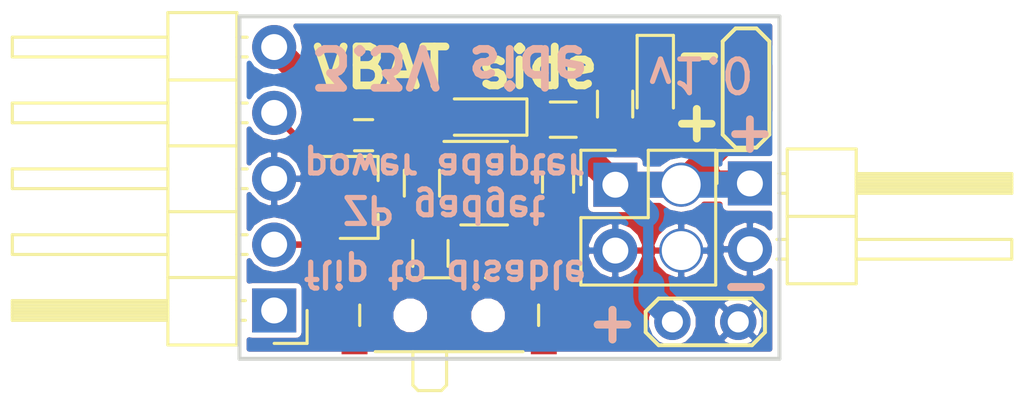
<source format=kicad_pcb>
(kicad_pcb (version 4) (host pcbnew 4.0.7)

  (general
    (links 31)
    (no_connects 2)
    (area 134.036999 102.540999 155.015001 115.899001)
    (thickness 1.6)
    (drawings 16)
    (tracks 64)
    (zones 0)
    (modules 16)
    (nets 10)
  )

  (page A4)
  (layers
    (0 F.Cu signal)
    (31 B.Cu signal)
    (32 B.Adhes user)
    (33 F.Adhes user)
    (34 B.Paste user)
    (35 F.Paste user)
    (36 B.SilkS user)
    (37 F.SilkS user)
    (38 B.Mask user)
    (39 F.Mask user)
    (40 Dwgs.User user)
    (41 Cmts.User user)
    (42 Eco1.User user)
    (43 Eco2.User user)
    (44 Edge.Cuts user)
    (45 Margin user)
    (46 B.CrtYd user)
    (47 F.CrtYd user)
    (48 B.Fab user hide)
    (49 F.Fab user hide)
  )

  (setup
    (last_trace_width 0.25)
    (user_trace_width 0.5)
    (user_trace_width 0.6)
    (user_trace_width 0.7)
    (user_trace_width 0.8)
    (user_trace_width 0.9)
    (user_trace_width 1)
    (trace_clearance 0.2)
    (zone_clearance 0.508)
    (zone_45_only no)
    (trace_min 0.2)
    (segment_width 0.2)
    (edge_width 0.15)
    (via_size 0.6)
    (via_drill 0.4)
    (via_min_size 0.4)
    (via_min_drill 0.3)
    (uvia_size 0.3)
    (uvia_drill 0.1)
    (uvias_allowed no)
    (uvia_min_size 0.2)
    (uvia_min_drill 0.1)
    (pcb_text_width 0.3)
    (pcb_text_size 1.5 1.5)
    (mod_edge_width 0.15)
    (mod_text_size 1 1)
    (mod_text_width 0.15)
    (pad_size 1 0.8)
    (pad_drill 0)
    (pad_to_mask_clearance 0.2)
    (aux_axis_origin 154.94 102.616)
    (visible_elements 7FFFFF7F)
    (pcbplotparams
      (layerselection 0x010f0_80000001)
      (usegerberextensions true)
      (excludeedgelayer true)
      (linewidth 0.100000)
      (plotframeref false)
      (viasonmask false)
      (mode 1)
      (useauxorigin true)
      (hpglpennumber 1)
      (hpglpenspeed 20)
      (hpglpendiameter 15)
      (hpglpenoverlay 2)
      (psnegative false)
      (psa4output false)
      (plotreference true)
      (plotvalue true)
      (plotinvisibletext false)
      (padsonsilk false)
      (subtractmaskfromsilk false)
      (outputformat 1)
      (mirror false)
      (drillshape 0)
      (scaleselection 1)
      (outputdirectory gerbers/))
  )

  (net 0 "")
  (net 1 GND)
  (net 2 VCC)
  (net 3 "Net-(C2-Pad1)")
  (net 4 "Net-(D1-Pad1)")
  (net 5 "Net-(D1-Pad2)")
  (net 6 "Net-(D1-Pad3)")
  (net 7 "Net-(D2-Pad1)")
  (net 8 "Net-(D3-Pad1)")
  (net 9 "Net-(DIS1-Pad2)")

  (net_class Default "This is the default net class."
    (clearance 0.2)
    (trace_width 0.25)
    (via_dia 0.6)
    (via_drill 0.4)
    (uvia_dia 0.3)
    (uvia_drill 0.1)
    (add_net GND)
    (add_net "Net-(C2-Pad1)")
    (add_net "Net-(D1-Pad1)")
    (add_net "Net-(D1-Pad2)")
    (add_net "Net-(D1-Pad3)")
    (add_net "Net-(D2-Pad1)")
    (add_net "Net-(D3-Pad1)")
    (add_net "Net-(DIS1-Pad2)")
    (add_net VCC)
  )

  (module TO_SOT_Packages_SMD:SOT-23 (layer F.Cu) (tedit 5C2E31CC) (tstamp 5C2E3175)
    (at 138.7 109.6)
    (descr "SOT-23, Standard")
    (tags SOT-23)
    (path /5C2E31AA)
    (attr smd)
    (fp_text reference D1 (at 0 -2.5) (layer F.SilkS) hide
      (effects (font (size 1 1) (thickness 0.15)))
    )
    (fp_text value BAT54A (at 0 2.5) (layer F.Fab)
      (effects (font (size 1 1) (thickness 0.15)))
    )
    (fp_text user %R (at 0 0 90) (layer F.Fab)
      (effects (font (size 0.5 0.5) (thickness 0.075)))
    )
    (fp_line (start -0.7 -0.95) (end -0.7 1.5) (layer F.Fab) (width 0.1))
    (fp_line (start -0.15 -1.52) (end 0.7 -1.52) (layer F.Fab) (width 0.1))
    (fp_line (start -0.7 -0.95) (end -0.15 -1.52) (layer F.Fab) (width 0.1))
    (fp_line (start 0.7 -1.52) (end 0.7 1.52) (layer F.Fab) (width 0.1))
    (fp_line (start -0.7 1.52) (end 0.7 1.52) (layer F.Fab) (width 0.1))
    (fp_line (start 0.76 1.58) (end 0.76 0.65) (layer F.SilkS) (width 0.12))
    (fp_line (start 0.76 -1.58) (end 0.76 -0.65) (layer F.SilkS) (width 0.12))
    (fp_line (start -1.7 -1.75) (end 1.7 -1.75) (layer F.CrtYd) (width 0.05))
    (fp_line (start 1.7 -1.75) (end 1.7 1.75) (layer F.CrtYd) (width 0.05))
    (fp_line (start 1.7 1.75) (end -1.7 1.75) (layer F.CrtYd) (width 0.05))
    (fp_line (start -1.7 1.75) (end -1.7 -1.75) (layer F.CrtYd) (width 0.05))
    (fp_line (start 0.76 -1.58) (end -1.4 -1.58) (layer F.SilkS) (width 0.12))
    (fp_line (start 0.76 1.58) (end -0.7 1.58) (layer F.SilkS) (width 0.12))
    (pad 1 smd rect (at -1 -0.95) (size 0.9 0.8) (layers F.Cu F.Paste F.Mask)
      (net 4 "Net-(D1-Pad1)"))
    (pad 2 smd rect (at -1 0.95) (size 0.9 0.8) (layers F.Cu F.Paste F.Mask)
      (net 5 "Net-(D1-Pad2)"))
    (pad 3 smd rect (at 1 0) (size 0.9 0.8) (layers F.Cu F.Paste F.Mask)
      (net 6 "Net-(D1-Pad3)"))
    (model ${KISYS3DMOD}/TO_SOT_Packages_SMD.3dshapes/SOT-23.wrl
      (at (xyz 0 0 0))
      (scale (xyz 1 1 1))
      (rotate (xyz 0 0 0))
    )
  )

  (module Capacitors_SMD:C_0603 (layer F.Cu) (tedit 5C2E3207) (tstamp 5C2E3168)
    (at 138.9 107.2 180)
    (descr "Capacitor SMD 0603, reflow soldering, AVX (see smccp.pdf)")
    (tags "capacitor 0603")
    (path /5C2E3471)
    (attr smd)
    (fp_text reference C1 (at 0 -1.5 180) (layer F.SilkS) hide
      (effects (font (size 1 1) (thickness 0.15)))
    )
    (fp_text value 100nF (at 0 1.5 180) (layer F.Fab)
      (effects (font (size 1 1) (thickness 0.15)))
    )
    (fp_line (start 1.4 0.65) (end -1.4 0.65) (layer F.CrtYd) (width 0.05))
    (fp_line (start 1.4 0.65) (end 1.4 -0.65) (layer F.CrtYd) (width 0.05))
    (fp_line (start -1.4 -0.65) (end -1.4 0.65) (layer F.CrtYd) (width 0.05))
    (fp_line (start -1.4 -0.65) (end 1.4 -0.65) (layer F.CrtYd) (width 0.05))
    (fp_line (start 0.35 0.6) (end -0.35 0.6) (layer F.SilkS) (width 0.12))
    (fp_line (start -0.35 -0.6) (end 0.35 -0.6) (layer F.SilkS) (width 0.12))
    (fp_line (start -0.8 -0.4) (end 0.8 -0.4) (layer F.Fab) (width 0.1))
    (fp_line (start 0.8 -0.4) (end 0.8 0.4) (layer F.Fab) (width 0.1))
    (fp_line (start 0.8 0.4) (end -0.8 0.4) (layer F.Fab) (width 0.1))
    (fp_line (start -0.8 0.4) (end -0.8 -0.4) (layer F.Fab) (width 0.1))
    (fp_text user %R (at 0 0 180) (layer F.Fab)
      (effects (font (size 0.3 0.3) (thickness 0.075)))
    )
    (pad 2 smd rect (at 0.75 0 180) (size 0.8 0.75) (layers F.Cu F.Paste F.Mask)
      (net 1 GND))
    (pad 1 smd rect (at -0.75 0 180) (size 0.8 0.75) (layers F.Cu F.Paste F.Mask)
      (net 2 VCC))
    (model Capacitors_SMD.3dshapes/C_0603.wrl
      (at (xyz 0 0 0))
      (scale (xyz 1 1 1))
      (rotate (xyz 0 0 0))
    )
  )

  (module Capacitors_SMD:C_0603 (layer F.Cu) (tedit 5C2E3287) (tstamp 5C2E316E)
    (at 146.4 109.05 270)
    (descr "Capacitor SMD 0603, reflow soldering, AVX (see smccp.pdf)")
    (tags "capacitor 0603")
    (path /5C2E2DED)
    (attr smd)
    (fp_text reference C2 (at 0 -1.5 270) (layer F.SilkS) hide
      (effects (font (size 1 1) (thickness 0.15)))
    )
    (fp_text value 100nF (at 0 1.5 270) (layer F.Fab)
      (effects (font (size 1 1) (thickness 0.15)))
    )
    (fp_line (start 1.4 0.65) (end -1.4 0.65) (layer F.CrtYd) (width 0.05))
    (fp_line (start 1.4 0.65) (end 1.4 -0.65) (layer F.CrtYd) (width 0.05))
    (fp_line (start -1.4 -0.65) (end -1.4 0.65) (layer F.CrtYd) (width 0.05))
    (fp_line (start -1.4 -0.65) (end 1.4 -0.65) (layer F.CrtYd) (width 0.05))
    (fp_line (start 0.35 0.6) (end -0.35 0.6) (layer F.SilkS) (width 0.12))
    (fp_line (start -0.35 -0.6) (end 0.35 -0.6) (layer F.SilkS) (width 0.12))
    (fp_line (start -0.8 -0.4) (end 0.8 -0.4) (layer F.Fab) (width 0.1))
    (fp_line (start 0.8 -0.4) (end 0.8 0.4) (layer F.Fab) (width 0.1))
    (fp_line (start 0.8 0.4) (end -0.8 0.4) (layer F.Fab) (width 0.1))
    (fp_line (start -0.8 0.4) (end -0.8 -0.4) (layer F.Fab) (width 0.1))
    (fp_text user %R (at 0 0 270) (layer F.Fab)
      (effects (font (size 0.3 0.3) (thickness 0.075)))
    )
    (pad 2 smd rect (at 0.75 0 270) (size 0.8 0.75) (layers F.Cu F.Paste F.Mask)
      (net 1 GND))
    (pad 1 smd rect (at -0.75 0 270) (size 0.8 0.75) (layers F.Cu F.Paste F.Mask)
      (net 3 "Net-(C2-Pad1)"))
    (model Capacitors_SMD.3dshapes/C_0603.wrl
      (at (xyz 0 0 0))
      (scale (xyz 1 1 1))
      (rotate (xyz 0 0 0))
    )
  )

  (module Pin_Headers:Pin_Header_Angled_1x05_Pitch2.54mm (layer F.Cu) (tedit 5C2E36F0) (tstamp 5C2E317E)
    (at 135.45 113.96 180)
    (descr "Through hole angled pin header, 1x05, 2.54mm pitch, 6mm pin length, single row")
    (tags "Through hole angled pin header THT 1x05 2.54mm single row")
    (path /5C2E2E3A)
    (fp_text reference J1 (at 4.385 -2.27 180) (layer F.SilkS) hide
      (effects (font (size 1 1) (thickness 0.15)))
    )
    (fp_text value Conn_01x05 (at 4.385 12.43 180) (layer F.Fab)
      (effects (font (size 1 1) (thickness 0.15)))
    )
    (fp_line (start 2.135 -1.27) (end 4.04 -1.27) (layer F.Fab) (width 0.1))
    (fp_line (start 4.04 -1.27) (end 4.04 11.43) (layer F.Fab) (width 0.1))
    (fp_line (start 4.04 11.43) (end 1.5 11.43) (layer F.Fab) (width 0.1))
    (fp_line (start 1.5 11.43) (end 1.5 -0.635) (layer F.Fab) (width 0.1))
    (fp_line (start 1.5 -0.635) (end 2.135 -1.27) (layer F.Fab) (width 0.1))
    (fp_line (start -0.32 -0.32) (end 1.5 -0.32) (layer F.Fab) (width 0.1))
    (fp_line (start -0.32 -0.32) (end -0.32 0.32) (layer F.Fab) (width 0.1))
    (fp_line (start -0.32 0.32) (end 1.5 0.32) (layer F.Fab) (width 0.1))
    (fp_line (start 4.04 -0.32) (end 10.04 -0.32) (layer F.Fab) (width 0.1))
    (fp_line (start 10.04 -0.32) (end 10.04 0.32) (layer F.Fab) (width 0.1))
    (fp_line (start 4.04 0.32) (end 10.04 0.32) (layer F.Fab) (width 0.1))
    (fp_line (start -0.32 2.22) (end 1.5 2.22) (layer F.Fab) (width 0.1))
    (fp_line (start -0.32 2.22) (end -0.32 2.86) (layer F.Fab) (width 0.1))
    (fp_line (start -0.32 2.86) (end 1.5 2.86) (layer F.Fab) (width 0.1))
    (fp_line (start 4.04 2.22) (end 10.04 2.22) (layer F.Fab) (width 0.1))
    (fp_line (start 10.04 2.22) (end 10.04 2.86) (layer F.Fab) (width 0.1))
    (fp_line (start 4.04 2.86) (end 10.04 2.86) (layer F.Fab) (width 0.1))
    (fp_line (start -0.32 4.76) (end 1.5 4.76) (layer F.Fab) (width 0.1))
    (fp_line (start -0.32 4.76) (end -0.32 5.4) (layer F.Fab) (width 0.1))
    (fp_line (start -0.32 5.4) (end 1.5 5.4) (layer F.Fab) (width 0.1))
    (fp_line (start 4.04 4.76) (end 10.04 4.76) (layer F.Fab) (width 0.1))
    (fp_line (start 10.04 4.76) (end 10.04 5.4) (layer F.Fab) (width 0.1))
    (fp_line (start 4.04 5.4) (end 10.04 5.4) (layer F.Fab) (width 0.1))
    (fp_line (start -0.32 7.3) (end 1.5 7.3) (layer F.Fab) (width 0.1))
    (fp_line (start -0.32 7.3) (end -0.32 7.94) (layer F.Fab) (width 0.1))
    (fp_line (start -0.32 7.94) (end 1.5 7.94) (layer F.Fab) (width 0.1))
    (fp_line (start 4.04 7.3) (end 10.04 7.3) (layer F.Fab) (width 0.1))
    (fp_line (start 10.04 7.3) (end 10.04 7.94) (layer F.Fab) (width 0.1))
    (fp_line (start 4.04 7.94) (end 10.04 7.94) (layer F.Fab) (width 0.1))
    (fp_line (start -0.32 9.84) (end 1.5 9.84) (layer F.Fab) (width 0.1))
    (fp_line (start -0.32 9.84) (end -0.32 10.48) (layer F.Fab) (width 0.1))
    (fp_line (start -0.32 10.48) (end 1.5 10.48) (layer F.Fab) (width 0.1))
    (fp_line (start 4.04 9.84) (end 10.04 9.84) (layer F.Fab) (width 0.1))
    (fp_line (start 10.04 9.84) (end 10.04 10.48) (layer F.Fab) (width 0.1))
    (fp_line (start 4.04 10.48) (end 10.04 10.48) (layer F.Fab) (width 0.1))
    (fp_line (start 1.44 -1.33) (end 1.44 11.49) (layer F.SilkS) (width 0.12))
    (fp_line (start 1.44 11.49) (end 4.1 11.49) (layer F.SilkS) (width 0.12))
    (fp_line (start 4.1 11.49) (end 4.1 -1.33) (layer F.SilkS) (width 0.12))
    (fp_line (start 4.1 -1.33) (end 1.44 -1.33) (layer F.SilkS) (width 0.12))
    (fp_line (start 4.1 -0.38) (end 10.1 -0.38) (layer F.SilkS) (width 0.12))
    (fp_line (start 10.1 -0.38) (end 10.1 0.38) (layer F.SilkS) (width 0.12))
    (fp_line (start 10.1 0.38) (end 4.1 0.38) (layer F.SilkS) (width 0.12))
    (fp_line (start 4.1 -0.32) (end 10.1 -0.32) (layer F.SilkS) (width 0.12))
    (fp_line (start 4.1 -0.2) (end 10.1 -0.2) (layer F.SilkS) (width 0.12))
    (fp_line (start 4.1 -0.08) (end 10.1 -0.08) (layer F.SilkS) (width 0.12))
    (fp_line (start 4.1 0.04) (end 10.1 0.04) (layer F.SilkS) (width 0.12))
    (fp_line (start 4.1 0.16) (end 10.1 0.16) (layer F.SilkS) (width 0.12))
    (fp_line (start 4.1 0.28) (end 10.1 0.28) (layer F.SilkS) (width 0.12))
    (fp_line (start 1.11 -0.38) (end 1.44 -0.38) (layer F.SilkS) (width 0.12))
    (fp_line (start 1.11 0.38) (end 1.44 0.38) (layer F.SilkS) (width 0.12))
    (fp_line (start 1.44 1.27) (end 4.1 1.27) (layer F.SilkS) (width 0.12))
    (fp_line (start 4.1 2.16) (end 10.1 2.16) (layer F.SilkS) (width 0.12))
    (fp_line (start 10.1 2.16) (end 10.1 2.92) (layer F.SilkS) (width 0.12))
    (fp_line (start 10.1 2.92) (end 4.1 2.92) (layer F.SilkS) (width 0.12))
    (fp_line (start 1.042929 2.16) (end 1.44 2.16) (layer F.SilkS) (width 0.12))
    (fp_line (start 1.042929 2.92) (end 1.44 2.92) (layer F.SilkS) (width 0.12))
    (fp_line (start 1.44 3.81) (end 4.1 3.81) (layer F.SilkS) (width 0.12))
    (fp_line (start 4.1 4.7) (end 10.1 4.7) (layer F.SilkS) (width 0.12))
    (fp_line (start 10.1 4.7) (end 10.1 5.46) (layer F.SilkS) (width 0.12))
    (fp_line (start 10.1 5.46) (end 4.1 5.46) (layer F.SilkS) (width 0.12))
    (fp_line (start 1.042929 4.7) (end 1.44 4.7) (layer F.SilkS) (width 0.12))
    (fp_line (start 1.042929 5.46) (end 1.44 5.46) (layer F.SilkS) (width 0.12))
    (fp_line (start 1.44 6.35) (end 4.1 6.35) (layer F.SilkS) (width 0.12))
    (fp_line (start 4.1 7.24) (end 10.1 7.24) (layer F.SilkS) (width 0.12))
    (fp_line (start 10.1 7.24) (end 10.1 8) (layer F.SilkS) (width 0.12))
    (fp_line (start 10.1 8) (end 4.1 8) (layer F.SilkS) (width 0.12))
    (fp_line (start 1.042929 7.24) (end 1.44 7.24) (layer F.SilkS) (width 0.12))
    (fp_line (start 1.042929 8) (end 1.44 8) (layer F.SilkS) (width 0.12))
    (fp_line (start 1.44 8.89) (end 4.1 8.89) (layer F.SilkS) (width 0.12))
    (fp_line (start 4.1 9.78) (end 10.1 9.78) (layer F.SilkS) (width 0.12))
    (fp_line (start 10.1 9.78) (end 10.1 10.54) (layer F.SilkS) (width 0.12))
    (fp_line (start 10.1 10.54) (end 4.1 10.54) (layer F.SilkS) (width 0.12))
    (fp_line (start 1.042929 9.78) (end 1.44 9.78) (layer F.SilkS) (width 0.12))
    (fp_line (start 1.042929 10.54) (end 1.44 10.54) (layer F.SilkS) (width 0.12))
    (fp_line (start -1.27 0) (end -1.27 -1.27) (layer F.SilkS) (width 0.12))
    (fp_line (start -1.27 -1.27) (end 0 -1.27) (layer F.SilkS) (width 0.12))
    (fp_line (start -1.8 -1.8) (end -1.8 11.95) (layer F.CrtYd) (width 0.05))
    (fp_line (start -1.8 11.95) (end 10.55 11.95) (layer F.CrtYd) (width 0.05))
    (fp_line (start 10.55 11.95) (end 10.55 -1.8) (layer F.CrtYd) (width 0.05))
    (fp_line (start 10.55 -1.8) (end -1.8 -1.8) (layer F.CrtYd) (width 0.05))
    (fp_text user %R (at 2.77 5.08 270) (layer F.Fab)
      (effects (font (size 1 1) (thickness 0.15)))
    )
    (pad 1 thru_hole rect (at 0 0 180) (size 1.7 1.7) (drill 1) (layers *.Cu *.Mask))
    (pad 2 thru_hole oval (at 0 2.54 180) (size 1.7 1.7) (drill 1) (layers *.Cu *.Mask)
      (net 5 "Net-(D1-Pad2)"))
    (pad 3 thru_hole oval (at 0 5.08 180) (size 1.7 1.7) (drill 1) (layers *.Cu *.Mask)
      (net 1 GND))
    (pad 4 thru_hole oval (at 0 7.62 180) (size 1.7 1.7) (drill 1) (layers *.Cu *.Mask)
      (net 4 "Net-(D1-Pad1)"))
    (pad 5 thru_hole oval (at 0 10.16 180) (size 1.7 1.7) (drill 1) (layers *.Cu *.Mask)
      (net 2 VCC))
    (model ${KISYS3DMOD}/Pin_Headers.3dshapes/Pin_Header_Angled_1x05_Pitch2.54mm.wrl
      (at (xyz 0 0 0))
      (scale (xyz 1 1 1))
      (rotate (xyz 0 0 0))
    )
  )

  (module Measurement_Points:Test_Point_2Pads (layer F.Cu) (tedit 5C2E32CD) (tstamp 5C2E3184)
    (at 150.81 114.4)
    (descr "Connecteurs 2 pins")
    (tags "CONN DEV")
    (path /5C2E3757)
    (attr virtual)
    (fp_text reference J2 (at 1.27 -2) (layer F.SilkS) hide
      (effects (font (size 1 1) (thickness 0.15)))
    )
    (fp_text value TEST_2P (at 1.27 2) (layer F.Fab)
      (effects (font (size 1 1) (thickness 0.15)))
    )
    (fp_line (start -0.65 1.15) (end 3.15 1.15) (layer F.CrtYd) (width 0.05))
    (fp_line (start 3.15 1.15) (end 3.8 0.5) (layer F.CrtYd) (width 0.05))
    (fp_line (start 3.8 0.5) (end 3.8 -0.5) (layer F.CrtYd) (width 0.05))
    (fp_line (start 3.8 -0.5) (end 3.15 -1.15) (layer F.CrtYd) (width 0.05))
    (fp_line (start 3.15 -1.15) (end -0.65 -1.15) (layer F.CrtYd) (width 0.05))
    (fp_line (start -0.65 -1.15) (end -1.3 -0.5) (layer F.CrtYd) (width 0.05))
    (fp_line (start -1.3 -0.5) (end -1.3 0.5) (layer F.CrtYd) (width 0.05))
    (fp_line (start -1.3 0.5) (end -0.65 1.15) (layer F.CrtYd) (width 0.05))
    (fp_line (start -0.53 -0.9) (end 3.07 -0.9) (layer F.SilkS) (width 0.15))
    (fp_line (start 3.07 -0.9) (end 3.57 -0.4) (layer F.SilkS) (width 0.15))
    (fp_line (start 3.57 -0.4) (end 3.57 0.4) (layer F.SilkS) (width 0.15))
    (fp_line (start 3.57 0.4) (end 3.07 0.9) (layer F.SilkS) (width 0.15))
    (fp_line (start 3.07 0.9) (end -0.53 0.9) (layer F.SilkS) (width 0.15))
    (fp_line (start -0.53 0.9) (end -1.03 0.4) (layer F.SilkS) (width 0.15))
    (fp_line (start -1.03 0.4) (end -1.03 -0.4) (layer F.SilkS) (width 0.15))
    (fp_line (start -1.03 -0.4) (end -0.53 -0.9) (layer F.SilkS) (width 0.15))
    (pad 1 thru_hole circle (at 0 0) (size 1.4 1.4) (drill 0.8128) (layers *.Cu *.Mask)
      (net 3 "Net-(C2-Pad1)"))
    (pad 2 thru_hole circle (at 2.54 0) (size 1.4 1.4) (drill 0.8128) (layers *.Cu *.Mask)
      (net 1 GND))
  )

  (module Measurement_Points:Test_Point_2Pads (layer F.Cu) (tedit 5C2E32C9) (tstamp 5C2E318A)
    (at 153.65 106.65 90)
    (descr "Connecteurs 2 pins")
    (tags "CONN DEV")
    (path /5C2E35DF)
    (attr virtual)
    (fp_text reference J3 (at 1.27 -2 90) (layer F.SilkS) hide
      (effects (font (size 1 1) (thickness 0.15)))
    )
    (fp_text value TEST_2P (at 1.27 2 90) (layer F.Fab)
      (effects (font (size 1 1) (thickness 0.15)))
    )
    (fp_line (start -0.65 1.15) (end 3.15 1.15) (layer F.CrtYd) (width 0.05))
    (fp_line (start 3.15 1.15) (end 3.8 0.5) (layer F.CrtYd) (width 0.05))
    (fp_line (start 3.8 0.5) (end 3.8 -0.5) (layer F.CrtYd) (width 0.05))
    (fp_line (start 3.8 -0.5) (end 3.15 -1.15) (layer F.CrtYd) (width 0.05))
    (fp_line (start 3.15 -1.15) (end -0.65 -1.15) (layer F.CrtYd) (width 0.05))
    (fp_line (start -0.65 -1.15) (end -1.3 -0.5) (layer F.CrtYd) (width 0.05))
    (fp_line (start -1.3 -0.5) (end -1.3 0.5) (layer F.CrtYd) (width 0.05))
    (fp_line (start -1.3 0.5) (end -0.65 1.15) (layer F.CrtYd) (width 0.05))
    (fp_line (start -0.53 -0.9) (end 3.07 -0.9) (layer F.SilkS) (width 0.15))
    (fp_line (start 3.07 -0.9) (end 3.57 -0.4) (layer F.SilkS) (width 0.15))
    (fp_line (start 3.57 -0.4) (end 3.57 0.4) (layer F.SilkS) (width 0.15))
    (fp_line (start 3.57 0.4) (end 3.07 0.9) (layer F.SilkS) (width 0.15))
    (fp_line (start 3.07 0.9) (end -0.53 0.9) (layer F.SilkS) (width 0.15))
    (fp_line (start -0.53 0.9) (end -1.03 0.4) (layer F.SilkS) (width 0.15))
    (fp_line (start -1.03 0.4) (end -1.03 -0.4) (layer F.SilkS) (width 0.15))
    (fp_line (start -1.03 -0.4) (end -0.53 -0.9) (layer F.SilkS) (width 0.15))
    (pad 1 smd circle (at 0 0 90) (size 1.4 1.4) (layers F.Cu F.Paste F.Mask)
      (net 3 "Net-(C2-Pad1)"))
    (pad 2 smd circle (at 2.54 0 90) (size 1.4 1.4) (layers F.Cu F.Paste F.Mask)
      (net 1 GND))
  )

  (module Pin_Headers:Pin_Header_Angled_1x02_Pitch2.54mm (layer F.Cu) (tedit 5C2E3284) (tstamp 5C2E3190)
    (at 153.8 109.06)
    (descr "Through hole angled pin header, 1x02, 2.54mm pitch, 6mm pin length, single row")
    (tags "Through hole angled pin header THT 1x02 2.54mm single row")
    (path /5C2E2DB1)
    (fp_text reference J4 (at 4.385 -2.27) (layer F.SilkS) hide
      (effects (font (size 1 1) (thickness 0.15)))
    )
    (fp_text value dupont_conn (at 4.385 4.81) (layer F.Fab)
      (effects (font (size 1 1) (thickness 0.15)))
    )
    (fp_line (start 2.135 -1.27) (end 4.04 -1.27) (layer F.Fab) (width 0.1))
    (fp_line (start 4.04 -1.27) (end 4.04 3.81) (layer F.Fab) (width 0.1))
    (fp_line (start 4.04 3.81) (end 1.5 3.81) (layer F.Fab) (width 0.1))
    (fp_line (start 1.5 3.81) (end 1.5 -0.635) (layer F.Fab) (width 0.1))
    (fp_line (start 1.5 -0.635) (end 2.135 -1.27) (layer F.Fab) (width 0.1))
    (fp_line (start -0.32 -0.32) (end 1.5 -0.32) (layer F.Fab) (width 0.1))
    (fp_line (start -0.32 -0.32) (end -0.32 0.32) (layer F.Fab) (width 0.1))
    (fp_line (start -0.32 0.32) (end 1.5 0.32) (layer F.Fab) (width 0.1))
    (fp_line (start 4.04 -0.32) (end 10.04 -0.32) (layer F.Fab) (width 0.1))
    (fp_line (start 10.04 -0.32) (end 10.04 0.32) (layer F.Fab) (width 0.1))
    (fp_line (start 4.04 0.32) (end 10.04 0.32) (layer F.Fab) (width 0.1))
    (fp_line (start -0.32 2.22) (end 1.5 2.22) (layer F.Fab) (width 0.1))
    (fp_line (start -0.32 2.22) (end -0.32 2.86) (layer F.Fab) (width 0.1))
    (fp_line (start -0.32 2.86) (end 1.5 2.86) (layer F.Fab) (width 0.1))
    (fp_line (start 4.04 2.22) (end 10.04 2.22) (layer F.Fab) (width 0.1))
    (fp_line (start 10.04 2.22) (end 10.04 2.86) (layer F.Fab) (width 0.1))
    (fp_line (start 4.04 2.86) (end 10.04 2.86) (layer F.Fab) (width 0.1))
    (fp_line (start 1.44 -1.33) (end 1.44 3.87) (layer F.SilkS) (width 0.12))
    (fp_line (start 1.44 3.87) (end 4.1 3.87) (layer F.SilkS) (width 0.12))
    (fp_line (start 4.1 3.87) (end 4.1 -1.33) (layer F.SilkS) (width 0.12))
    (fp_line (start 4.1 -1.33) (end 1.44 -1.33) (layer F.SilkS) (width 0.12))
    (fp_line (start 4.1 -0.38) (end 10.1 -0.38) (layer F.SilkS) (width 0.12))
    (fp_line (start 10.1 -0.38) (end 10.1 0.38) (layer F.SilkS) (width 0.12))
    (fp_line (start 10.1 0.38) (end 4.1 0.38) (layer F.SilkS) (width 0.12))
    (fp_line (start 4.1 -0.32) (end 10.1 -0.32) (layer F.SilkS) (width 0.12))
    (fp_line (start 4.1 -0.2) (end 10.1 -0.2) (layer F.SilkS) (width 0.12))
    (fp_line (start 4.1 -0.08) (end 10.1 -0.08) (layer F.SilkS) (width 0.12))
    (fp_line (start 4.1 0.04) (end 10.1 0.04) (layer F.SilkS) (width 0.12))
    (fp_line (start 4.1 0.16) (end 10.1 0.16) (layer F.SilkS) (width 0.12))
    (fp_line (start 4.1 0.28) (end 10.1 0.28) (layer F.SilkS) (width 0.12))
    (fp_line (start 1.11 -0.38) (end 1.44 -0.38) (layer F.SilkS) (width 0.12))
    (fp_line (start 1.11 0.38) (end 1.44 0.38) (layer F.SilkS) (width 0.12))
    (fp_line (start 1.44 1.27) (end 4.1 1.27) (layer F.SilkS) (width 0.12))
    (fp_line (start 4.1 2.16) (end 10.1 2.16) (layer F.SilkS) (width 0.12))
    (fp_line (start 10.1 2.16) (end 10.1 2.92) (layer F.SilkS) (width 0.12))
    (fp_line (start 10.1 2.92) (end 4.1 2.92) (layer F.SilkS) (width 0.12))
    (fp_line (start 1.042929 2.16) (end 1.44 2.16) (layer F.SilkS) (width 0.12))
    (fp_line (start 1.042929 2.92) (end 1.44 2.92) (layer F.SilkS) (width 0.12))
    (fp_line (start -1.27 0) (end -1.27 -1.27) (layer F.SilkS) (width 0.12))
    (fp_line (start -1.27 -1.27) (end 0 -1.27) (layer F.SilkS) (width 0.12))
    (fp_line (start -1.8 -1.8) (end -1.8 4.35) (layer F.CrtYd) (width 0.05))
    (fp_line (start -1.8 4.35) (end 10.55 4.35) (layer F.CrtYd) (width 0.05))
    (fp_line (start 10.55 4.35) (end 10.55 -1.8) (layer F.CrtYd) (width 0.05))
    (fp_line (start 10.55 -1.8) (end -1.8 -1.8) (layer F.CrtYd) (width 0.05))
    (fp_text user %R (at 2.77 1.27 90) (layer F.Fab)
      (effects (font (size 1 1) (thickness 0.15)))
    )
    (pad 1 thru_hole rect (at 0 0) (size 1.7 1.7) (drill 1) (layers *.Cu *.Mask)
      (net 3 "Net-(C2-Pad1)"))
    (pad 2 thru_hole oval (at 0 2.54) (size 1.7 1.7) (drill 1) (layers *.Cu *.Mask)
      (net 1 GND))
    (model ${KISYS3DMOD}/Pin_Headers.3dshapes/Pin_Header_Angled_1x02_Pitch2.54mm.wrl
      (at (xyz 0 0 0))
      (scale (xyz 1 1 1))
      (rotate (xyz 0 0 0))
    )
  )

  (module Pin_Headers:Pin_Header_Straight_2x02_Pitch2.54mm (layer F.Cu) (tedit 5C2E35DD) (tstamp 5C2E3198)
    (at 148.61 109.11)
    (descr "Through hole straight pin header, 2x02, 2.54mm pitch, double rows")
    (tags "Through hole pin header THT 2x02 2.54mm double row")
    (path /5C2E34D8)
    (fp_text reference J5 (at 1.27 -2.33) (layer F.SilkS) hide
      (effects (font (size 1 1) (thickness 0.15)))
    )
    (fp_text value cable_conn (at 1.27 4.87) (layer F.Fab)
      (effects (font (size 1 1) (thickness 0.15)))
    )
    (fp_line (start 0 -1.27) (end 3.81 -1.27) (layer F.Fab) (width 0.1))
    (fp_line (start 3.81 -1.27) (end 3.81 3.81) (layer F.Fab) (width 0.1))
    (fp_line (start 3.81 3.81) (end -1.27 3.81) (layer F.Fab) (width 0.1))
    (fp_line (start -1.27 3.81) (end -1.27 0) (layer F.Fab) (width 0.1))
    (fp_line (start -1.27 0) (end 0 -1.27) (layer F.Fab) (width 0.1))
    (fp_line (start -1.33 3.87) (end 3.87 3.87) (layer F.SilkS) (width 0.12))
    (fp_line (start -1.33 1.27) (end -1.33 3.87) (layer F.SilkS) (width 0.12))
    (fp_line (start 3.87 -1.33) (end 3.87 3.87) (layer F.SilkS) (width 0.12))
    (fp_line (start -1.33 1.27) (end 1.27 1.27) (layer F.SilkS) (width 0.12))
    (fp_line (start 1.27 1.27) (end 1.27 -1.33) (layer F.SilkS) (width 0.12))
    (fp_line (start 1.27 -1.33) (end 3.87 -1.33) (layer F.SilkS) (width 0.12))
    (fp_line (start -1.33 0) (end -1.33 -1.33) (layer F.SilkS) (width 0.12))
    (fp_line (start -1.33 -1.33) (end 0 -1.33) (layer F.SilkS) (width 0.12))
    (fp_line (start -1.8 -1.8) (end -1.8 4.35) (layer F.CrtYd) (width 0.05))
    (fp_line (start -1.8 4.35) (end 4.35 4.35) (layer F.CrtYd) (width 0.05))
    (fp_line (start 4.35 4.35) (end 4.35 -1.8) (layer F.CrtYd) (width 0.05))
    (fp_line (start 4.35 -1.8) (end -1.8 -1.8) (layer F.CrtYd) (width 0.05))
    (fp_text user %R (at 1.27 1.27 90) (layer F.Fab)
      (effects (font (size 1 1) (thickness 0.15)))
    )
    (pad 1 thru_hole rect (at 0 0) (size 1.7 1.7) (drill 1) (layers *.Cu *.Mask)
      (net 3 "Net-(C2-Pad1)"))
    (pad 2 thru_hole oval (at 2.54 0) (size 1.7 1.7) (drill 1.5) (layers *.Cu *.Mask)
      (net 3 "Net-(C2-Pad1)"))
    (pad 3 thru_hole oval (at 0 2.54) (size 1.7 1.7) (drill 1) (layers *.Cu *.Mask)
      (net 1 GND))
    (pad 4 thru_hole oval (at 2.54 2.54) (size 1.7 1.7) (drill 1.5) (layers *.Cu *.Mask)
      (net 1 GND))
  )

  (module Resistors_SMD:R_0603 (layer F.Cu) (tedit 5C2E31C9) (tstamp 5C2E319E)
    (at 141.15 109.05 270)
    (descr "Resistor SMD 0603, reflow soldering, Vishay (see dcrcw.pdf)")
    (tags "resistor 0603")
    (path /5C2E2EA5)
    (attr smd)
    (fp_text reference R1 (at 0 -1.45 270) (layer F.SilkS) hide
      (effects (font (size 1 1) (thickness 0.15)))
    )
    (fp_text value 10K (at 0 1.5 270) (layer F.Fab)
      (effects (font (size 1 1) (thickness 0.15)))
    )
    (fp_text user %R (at 0 0 270) (layer F.Fab)
      (effects (font (size 0.4 0.4) (thickness 0.075)))
    )
    (fp_line (start -0.8 0.4) (end -0.8 -0.4) (layer F.Fab) (width 0.1))
    (fp_line (start 0.8 0.4) (end -0.8 0.4) (layer F.Fab) (width 0.1))
    (fp_line (start 0.8 -0.4) (end 0.8 0.4) (layer F.Fab) (width 0.1))
    (fp_line (start -0.8 -0.4) (end 0.8 -0.4) (layer F.Fab) (width 0.1))
    (fp_line (start 0.5 0.68) (end -0.5 0.68) (layer F.SilkS) (width 0.12))
    (fp_line (start -0.5 -0.68) (end 0.5 -0.68) (layer F.SilkS) (width 0.12))
    (fp_line (start -1.25 -0.7) (end 1.25 -0.7) (layer F.CrtYd) (width 0.05))
    (fp_line (start -1.25 -0.7) (end -1.25 0.7) (layer F.CrtYd) (width 0.05))
    (fp_line (start 1.25 0.7) (end 1.25 -0.7) (layer F.CrtYd) (width 0.05))
    (fp_line (start 1.25 0.7) (end -1.25 0.7) (layer F.CrtYd) (width 0.05))
    (pad 1 smd rect (at -0.75 0 270) (size 0.5 0.9) (layers F.Cu F.Paste F.Mask)
      (net 2 VCC))
    (pad 2 smd rect (at 0.75 0 270) (size 0.5 0.9) (layers F.Cu F.Paste F.Mask)
      (net 9 "Net-(DIS1-Pad2)"))
    (model ${KISYS3DMOD}/Resistors_SMD.3dshapes/R_0603.wrl
      (at (xyz 0 0 0))
      (scale (xyz 1 1 1))
      (rotate (xyz 0 0 0))
    )
  )

  (module TO_SOT_Packages_SMD:SOT-23-5 (layer F.Cu) (tedit 5C2E31AD) (tstamp 5C2E31B4)
    (at 143.55 109.05)
    (descr "5-pin SOT23 package")
    (tags SOT-23-5)
    (path /5C2E2CFD)
    (attr smd)
    (fp_text reference U1 (at 0 -2.9) (layer F.SilkS) hide
      (effects (font (size 1 1) (thickness 0.15)))
    )
    (fp_text value MAX40200AUK (at 0 2.9) (layer F.Fab)
      (effects (font (size 1 1) (thickness 0.15)))
    )
    (fp_text user %R (at 0 0 90) (layer F.Fab)
      (effects (font (size 0.5 0.5) (thickness 0.075)))
    )
    (fp_line (start -0.9 1.61) (end 0.9 1.61) (layer F.SilkS) (width 0.12))
    (fp_line (start 0.9 -1.61) (end -1.55 -1.61) (layer F.SilkS) (width 0.12))
    (fp_line (start -1.9 -1.8) (end 1.9 -1.8) (layer F.CrtYd) (width 0.05))
    (fp_line (start 1.9 -1.8) (end 1.9 1.8) (layer F.CrtYd) (width 0.05))
    (fp_line (start 1.9 1.8) (end -1.9 1.8) (layer F.CrtYd) (width 0.05))
    (fp_line (start -1.9 1.8) (end -1.9 -1.8) (layer F.CrtYd) (width 0.05))
    (fp_line (start -0.9 -0.9) (end -0.25 -1.55) (layer F.Fab) (width 0.1))
    (fp_line (start 0.9 -1.55) (end -0.25 -1.55) (layer F.Fab) (width 0.1))
    (fp_line (start -0.9 -0.9) (end -0.9 1.55) (layer F.Fab) (width 0.1))
    (fp_line (start 0.9 1.55) (end -0.9 1.55) (layer F.Fab) (width 0.1))
    (fp_line (start 0.9 -1.55) (end 0.9 1.55) (layer F.Fab) (width 0.1))
    (pad 1 smd rect (at -1.1 -0.95) (size 1.06 0.65) (layers F.Cu F.Paste F.Mask)
      (net 2 VCC))
    (pad 2 smd rect (at -1.1 0) (size 1.06 0.65) (layers F.Cu F.Paste F.Mask)
      (net 1 GND))
    (pad 3 smd rect (at -1.1 0.95) (size 1.06 0.65) (layers F.Cu F.Paste F.Mask)
      (net 9 "Net-(DIS1-Pad2)"))
    (pad 4 smd rect (at 1.1 0.95) (size 1.06 0.65) (layers F.Cu F.Paste F.Mask))
    (pad 5 smd rect (at 1.1 -0.95) (size 1.06 0.65) (layers F.Cu F.Paste F.Mask)
      (net 3 "Net-(C2-Pad1)"))
    (model ${KISYS3DMOD}/TO_SOT_Packages_SMD.3dshapes/SOT-23-5.wrl
      (at (xyz 0 0 0))
      (scale (xyz 1 1 1))
      (rotate (xyz 0 0 0))
    )
  )

  (module Buttons_Switches_SMD:SW_SPDT_PCM12 (layer F.Cu) (tedit 5C2F6C60) (tstamp 5C2E34A1)
    (at 142.2 113.82)
    (descr "Ultraminiature Surface Mount Slide Switch")
    (path /5C2E3E04)
    (attr smd)
    (fp_text reference DIS1 (at 0 -3.2) (layer F.SilkS) hide
      (effects (font (size 1 1) (thickness 0.15)))
    )
    (fp_text value SW_SPDT (at 0 4.25) (layer F.Fab)
      (effects (font (size 1 1) (thickness 0.15)))
    )
    (fp_text user %R (at 0 -3.2) (layer F.Fab)
      (effects (font (size 1 1) (thickness 0.15)))
    )
    (fp_line (start -1.4 1.65) (end -1.4 2.95) (layer F.Fab) (width 0.1))
    (fp_line (start -1.4 2.95) (end -1.2 3.15) (layer F.Fab) (width 0.1))
    (fp_line (start -1.2 3.15) (end -0.35 3.15) (layer F.Fab) (width 0.1))
    (fp_line (start -0.35 3.15) (end -0.15 2.95) (layer F.Fab) (width 0.1))
    (fp_line (start -0.15 2.95) (end -0.1 2.9) (layer F.Fab) (width 0.1))
    (fp_line (start -0.1 2.9) (end -0.1 1.6) (layer F.Fab) (width 0.1))
    (fp_line (start -3.35 -1) (end -3.35 1.6) (layer F.Fab) (width 0.1))
    (fp_line (start -3.35 1.6) (end 3.35 1.6) (layer F.Fab) (width 0.1))
    (fp_line (start 3.35 1.6) (end 3.35 -1) (layer F.Fab) (width 0.1))
    (fp_line (start 3.35 -1) (end -3.35 -1) (layer F.Fab) (width 0.1))
    (fp_line (start 1.4 -1.12) (end 1.6 -1.12) (layer F.SilkS) (width 0.12))
    (fp_line (start -4.4 -2.45) (end 4.4 -2.45) (layer F.CrtYd) (width 0.05))
    (fp_line (start 4.4 -2.45) (end 4.4 2.1) (layer F.CrtYd) (width 0.05))
    (fp_line (start 4.4 2.1) (end 1.65 2.1) (layer F.CrtYd) (width 0.05))
    (fp_line (start 1.65 2.1) (end 1.65 3.4) (layer F.CrtYd) (width 0.05))
    (fp_line (start 1.65 3.4) (end -1.65 3.4) (layer F.CrtYd) (width 0.05))
    (fp_line (start -1.65 3.4) (end -1.65 2.1) (layer F.CrtYd) (width 0.05))
    (fp_line (start -1.65 2.1) (end -4.4 2.1) (layer F.CrtYd) (width 0.05))
    (fp_line (start -4.4 2.1) (end -4.4 -2.45) (layer F.CrtYd) (width 0.05))
    (fp_line (start -1.4 3.02) (end -1.2 3.23) (layer F.SilkS) (width 0.12))
    (fp_line (start -0.1 3.02) (end -0.3 3.23) (layer F.SilkS) (width 0.12))
    (fp_line (start -1.4 1.73) (end -1.4 3.02) (layer F.SilkS) (width 0.12))
    (fp_line (start -1.2 3.23) (end -0.3 3.23) (layer F.SilkS) (width 0.12))
    (fp_line (start -0.1 3.02) (end -0.1 1.73) (layer F.SilkS) (width 0.12))
    (fp_line (start -2.85 1.73) (end 2.85 1.73) (layer F.SilkS) (width 0.12))
    (fp_line (start -1.6 -1.12) (end 0.1 -1.12) (layer F.SilkS) (width 0.12))
    (fp_line (start -3.45 -0.07) (end -3.45 0.72) (layer F.SilkS) (width 0.12))
    (fp_line (start 3.45 0.72) (end 3.45 -0.07) (layer F.SilkS) (width 0.12))
    (pad "" np_thru_hole circle (at -1.5 0.33) (size 0.9 0.9) (drill 0.9) (layers *.Cu *.Mask))
    (pad "" np_thru_hole circle (at 1.5 0.33) (size 0.9 0.9) (drill 0.9) (layers *.Cu *.Mask))
    (pad 1 smd rect (at -2.25 -1.43) (size 0.7 1.5) (layers F.Cu F.Paste F.Mask)
      (net 1 GND))
    (pad 2 smd rect (at 0.75 -1.43) (size 0.7 1.5) (layers F.Cu F.Paste F.Mask)
      (net 9 "Net-(DIS1-Pad2)"))
    (pad 3 smd rect (at 2.25 -1.43) (size 0.7 1.5) (layers F.Cu F.Paste F.Mask)
      (net 1 GND))
    (pad 1 smd rect (at -3.65 1.43) (size 1 0.8) (layers F.Cu F.Paste F.Mask)
      (net 1 GND) (zone_connect 2))
    (pad 1 smd rect (at 3.65 1.43) (size 1 0.8) (layers F.Cu F.Paste F.Mask)
      (net 1 GND) (zone_connect 2))
    (pad 1 smd rect (at 3.65 -0.78) (size 1 0.8) (layers F.Cu F.Paste F.Mask)
      (net 1 GND) (zone_connect 2))
    (pad 1 smd rect (at -3.65 -0.78) (size 1 0.8) (layers F.Cu F.Paste F.Mask)
      (net 1 GND) (zone_connect 2))
    (model ${KISYS3DMOD}/Buttons_Switches_SMD.3dshapes/SW_SPDT_PCM12.wrl
      (at (xyz 0 0 0))
      (scale (xyz 1 1 1))
      (rotate (xyz 0 0 0))
    )
  )

  (module LEDs:LED_0805 (layer F.Cu) (tedit 5C2E38C4) (tstamp 5C2E38F6)
    (at 143.4 106.5 180)
    (descr "LED 0805 smd package")
    (tags "LED led 0805 SMD smd SMT smt smdled SMDLED smtled SMTLED")
    (path /5C2E43C7)
    (attr smd)
    (fp_text reference D2 (at 0 -1.45 180) (layer F.SilkS) hide
      (effects (font (size 1 1) (thickness 0.15)))
    )
    (fp_text value LED (at 0 1.55 180) (layer F.Fab)
      (effects (font (size 1 1) (thickness 0.15)))
    )
    (fp_line (start -1.8 -0.7) (end -1.8 0.7) (layer F.SilkS) (width 0.12))
    (fp_line (start -0.4 -0.4) (end -0.4 0.4) (layer F.Fab) (width 0.1))
    (fp_line (start -0.4 0) (end 0.2 -0.4) (layer F.Fab) (width 0.1))
    (fp_line (start 0.2 0.4) (end -0.4 0) (layer F.Fab) (width 0.1))
    (fp_line (start 0.2 -0.4) (end 0.2 0.4) (layer F.Fab) (width 0.1))
    (fp_line (start 1 0.6) (end -1 0.6) (layer F.Fab) (width 0.1))
    (fp_line (start 1 -0.6) (end 1 0.6) (layer F.Fab) (width 0.1))
    (fp_line (start -1 -0.6) (end 1 -0.6) (layer F.Fab) (width 0.1))
    (fp_line (start -1 0.6) (end -1 -0.6) (layer F.Fab) (width 0.1))
    (fp_line (start -1.8 0.7) (end 1 0.7) (layer F.SilkS) (width 0.12))
    (fp_line (start -1.8 -0.7) (end 1 -0.7) (layer F.SilkS) (width 0.12))
    (fp_line (start 1.95 -0.85) (end 1.95 0.85) (layer F.CrtYd) (width 0.05))
    (fp_line (start 1.95 0.85) (end -1.95 0.85) (layer F.CrtYd) (width 0.05))
    (fp_line (start -1.95 0.85) (end -1.95 -0.85) (layer F.CrtYd) (width 0.05))
    (fp_line (start -1.95 -0.85) (end 1.95 -0.85) (layer F.CrtYd) (width 0.05))
    (fp_text user %R (at 0 -1.25 180) (layer F.Fab)
      (effects (font (size 0.4 0.4) (thickness 0.1)))
    )
    (pad 2 smd rect (at 1.1 0) (size 1.2 1.2) (layers F.Cu F.Paste F.Mask)
      (net 2 VCC))
    (pad 1 smd rect (at -1.1 0) (size 1.2 1.2) (layers F.Cu F.Paste F.Mask)
      (net 7 "Net-(D2-Pad1)"))
    (model ${KISYS3DMOD}/LEDs.3dshapes/LED_0805.wrl
      (at (xyz 0 0 0))
      (scale (xyz 1 1 1))
      (rotate (xyz 0 0 180))
    )
  )

  (module LEDs:LED_0805 (layer F.Cu) (tedit 5C2E38C8) (tstamp 5C2E38FC)
    (at 150.15 105.15 270)
    (descr "LED 0805 smd package")
    (tags "LED led 0805 SMD smd SMT smt smdled SMDLED smtled SMTLED")
    (path /5C2E3F12)
    (attr smd)
    (fp_text reference D3 (at 0 -1.45 270) (layer F.SilkS) hide
      (effects (font (size 1 1) (thickness 0.15)))
    )
    (fp_text value LED (at 0 1.55 270) (layer F.Fab)
      (effects (font (size 1 1) (thickness 0.15)))
    )
    (fp_line (start -1.8 -0.7) (end -1.8 0.7) (layer F.SilkS) (width 0.12))
    (fp_line (start -0.4 -0.4) (end -0.4 0.4) (layer F.Fab) (width 0.1))
    (fp_line (start -0.4 0) (end 0.2 -0.4) (layer F.Fab) (width 0.1))
    (fp_line (start 0.2 0.4) (end -0.4 0) (layer F.Fab) (width 0.1))
    (fp_line (start 0.2 -0.4) (end 0.2 0.4) (layer F.Fab) (width 0.1))
    (fp_line (start 1 0.6) (end -1 0.6) (layer F.Fab) (width 0.1))
    (fp_line (start 1 -0.6) (end 1 0.6) (layer F.Fab) (width 0.1))
    (fp_line (start -1 -0.6) (end 1 -0.6) (layer F.Fab) (width 0.1))
    (fp_line (start -1 0.6) (end -1 -0.6) (layer F.Fab) (width 0.1))
    (fp_line (start -1.8 0.7) (end 1 0.7) (layer F.SilkS) (width 0.12))
    (fp_line (start -1.8 -0.7) (end 1 -0.7) (layer F.SilkS) (width 0.12))
    (fp_line (start 1.95 -0.85) (end 1.95 0.85) (layer F.CrtYd) (width 0.05))
    (fp_line (start 1.95 0.85) (end -1.95 0.85) (layer F.CrtYd) (width 0.05))
    (fp_line (start -1.95 0.85) (end -1.95 -0.85) (layer F.CrtYd) (width 0.05))
    (fp_line (start -1.95 -0.85) (end 1.95 -0.85) (layer F.CrtYd) (width 0.05))
    (fp_text user %R (at 0 -1.25 270) (layer F.Fab)
      (effects (font (size 0.4 0.4) (thickness 0.1)))
    )
    (pad 2 smd rect (at 1.1 0 90) (size 1.2 1.2) (layers F.Cu F.Paste F.Mask)
      (net 3 "Net-(C2-Pad1)"))
    (pad 1 smd rect (at -1.1 0 90) (size 1.2 1.2) (layers F.Cu F.Paste F.Mask)
      (net 8 "Net-(D3-Pad1)"))
    (model ${KISYS3DMOD}/LEDs.3dshapes/LED_0805.wrl
      (at (xyz 0 0 0))
      (scale (xyz 1 1 1))
      (rotate (xyz 0 0 180))
    )
  )

  (module Resistors_SMD:R_0603 (layer F.Cu) (tedit 5C2E38CA) (tstamp 5C2E3902)
    (at 146.6 106.6 180)
    (descr "Resistor SMD 0603, reflow soldering, Vishay (see dcrcw.pdf)")
    (tags "resistor 0603")
    (path /5C2E43CD)
    (attr smd)
    (fp_text reference R2 (at 0 -1.45 180) (layer F.SilkS) hide
      (effects (font (size 1 1) (thickness 0.15)))
    )
    (fp_text value 1K (at 0 1.5 180) (layer F.Fab)
      (effects (font (size 1 1) (thickness 0.15)))
    )
    (fp_text user %R (at 0 0 180) (layer F.Fab)
      (effects (font (size 0.4 0.4) (thickness 0.075)))
    )
    (fp_line (start -0.8 0.4) (end -0.8 -0.4) (layer F.Fab) (width 0.1))
    (fp_line (start 0.8 0.4) (end -0.8 0.4) (layer F.Fab) (width 0.1))
    (fp_line (start 0.8 -0.4) (end 0.8 0.4) (layer F.Fab) (width 0.1))
    (fp_line (start -0.8 -0.4) (end 0.8 -0.4) (layer F.Fab) (width 0.1))
    (fp_line (start 0.5 0.68) (end -0.5 0.68) (layer F.SilkS) (width 0.12))
    (fp_line (start -0.5 -0.68) (end 0.5 -0.68) (layer F.SilkS) (width 0.12))
    (fp_line (start -1.25 -0.7) (end 1.25 -0.7) (layer F.CrtYd) (width 0.05))
    (fp_line (start -1.25 -0.7) (end -1.25 0.7) (layer F.CrtYd) (width 0.05))
    (fp_line (start 1.25 0.7) (end 1.25 -0.7) (layer F.CrtYd) (width 0.05))
    (fp_line (start 1.25 0.7) (end -1.25 0.7) (layer F.CrtYd) (width 0.05))
    (pad 1 smd rect (at -0.75 0 180) (size 0.5 0.9) (layers F.Cu F.Paste F.Mask)
      (net 1 GND))
    (pad 2 smd rect (at 0.75 0 180) (size 0.5 0.9) (layers F.Cu F.Paste F.Mask)
      (net 7 "Net-(D2-Pad1)"))
    (model ${KISYS3DMOD}/Resistors_SMD.3dshapes/R_0603.wrl
      (at (xyz 0 0 0))
      (scale (xyz 1 1 1))
      (rotate (xyz 0 0 0))
    )
  )

  (module Resistors_SMD:R_0603 (layer F.Cu) (tedit 5C2E38CD) (tstamp 5C2E3908)
    (at 148.6 106 90)
    (descr "Resistor SMD 0603, reflow soldering, Vishay (see dcrcw.pdf)")
    (tags "resistor 0603")
    (path /5C2E4073)
    (attr smd)
    (fp_text reference R3 (at 0 -1.45 90) (layer F.SilkS) hide
      (effects (font (size 1 1) (thickness 0.15)))
    )
    (fp_text value 1K (at 0 1.5 90) (layer F.Fab)
      (effects (font (size 1 1) (thickness 0.15)))
    )
    (fp_text user %R (at 0 0 90) (layer F.Fab)
      (effects (font (size 0.4 0.4) (thickness 0.075)))
    )
    (fp_line (start -0.8 0.4) (end -0.8 -0.4) (layer F.Fab) (width 0.1))
    (fp_line (start 0.8 0.4) (end -0.8 0.4) (layer F.Fab) (width 0.1))
    (fp_line (start 0.8 -0.4) (end 0.8 0.4) (layer F.Fab) (width 0.1))
    (fp_line (start -0.8 -0.4) (end 0.8 -0.4) (layer F.Fab) (width 0.1))
    (fp_line (start 0.5 0.68) (end -0.5 0.68) (layer F.SilkS) (width 0.12))
    (fp_line (start -0.5 -0.68) (end 0.5 -0.68) (layer F.SilkS) (width 0.12))
    (fp_line (start -1.25 -0.7) (end 1.25 -0.7) (layer F.CrtYd) (width 0.05))
    (fp_line (start -1.25 -0.7) (end -1.25 0.7) (layer F.CrtYd) (width 0.05))
    (fp_line (start 1.25 0.7) (end 1.25 -0.7) (layer F.CrtYd) (width 0.05))
    (fp_line (start 1.25 0.7) (end -1.25 0.7) (layer F.CrtYd) (width 0.05))
    (pad 1 smd rect (at -0.75 0 90) (size 0.5 0.9) (layers F.Cu F.Paste F.Mask)
      (net 1 GND))
    (pad 2 smd rect (at 0.75 0 90) (size 0.5 0.9) (layers F.Cu F.Paste F.Mask)
      (net 8 "Net-(D3-Pad1)"))
    (model ${KISYS3DMOD}/Resistors_SMD.3dshapes/R_0603.wrl
      (at (xyz 0 0 0))
      (scale (xyz 1 1 1))
      (rotate (xyz 0 0 0))
    )
  )

  (module Resistors_SMD:R_0603 (layer F.Cu) (tedit 5C2F6C1D) (tstamp 5C2F6CC4)
    (at 141.478 111.76 90)
    (descr "Resistor SMD 0603, reflow soldering, Vishay (see dcrcw.pdf)")
    (tags "resistor 0603")
    (path /5C2F70CF)
    (attr smd)
    (fp_text reference R4 (at 0 -1.45 90) (layer F.SilkS) hide
      (effects (font (size 1 1) (thickness 0.15)))
    )
    (fp_text value 1K (at 0 1.5 90) (layer F.Fab)
      (effects (font (size 1 1) (thickness 0.15)))
    )
    (fp_text user %R (at 0 0 90) (layer F.Fab)
      (effects (font (size 0.4 0.4) (thickness 0.075)))
    )
    (fp_line (start -0.8 0.4) (end -0.8 -0.4) (layer F.Fab) (width 0.1))
    (fp_line (start 0.8 0.4) (end -0.8 0.4) (layer F.Fab) (width 0.1))
    (fp_line (start 0.8 -0.4) (end 0.8 0.4) (layer F.Fab) (width 0.1))
    (fp_line (start -0.8 -0.4) (end 0.8 -0.4) (layer F.Fab) (width 0.1))
    (fp_line (start 0.5 0.68) (end -0.5 0.68) (layer F.SilkS) (width 0.12))
    (fp_line (start -0.5 -0.68) (end 0.5 -0.68) (layer F.SilkS) (width 0.12))
    (fp_line (start -1.25 -0.7) (end 1.25 -0.7) (layer F.CrtYd) (width 0.05))
    (fp_line (start -1.25 -0.7) (end -1.25 0.7) (layer F.CrtYd) (width 0.05))
    (fp_line (start 1.25 0.7) (end 1.25 -0.7) (layer F.CrtYd) (width 0.05))
    (fp_line (start 1.25 0.7) (end -1.25 0.7) (layer F.CrtYd) (width 0.05))
    (pad 1 smd rect (at -0.75 0 90) (size 0.5 0.9) (layers F.Cu F.Paste F.Mask)
      (net 9 "Net-(DIS1-Pad2)"))
    (pad 2 smd rect (at 0.75 0 90) (size 0.5 0.9) (layers F.Cu F.Paste F.Mask)
      (net 6 "Net-(D1-Pad3)"))
    (model ${KISYS3DMOD}/Resistors_SMD.3dshapes/R_0603.wrl
      (at (xyz 0 0 0))
      (scale (xyz 1 1 1))
      (rotate (xyz 0 0 0))
    )
  )

  (gr_text v1.0 (at 151.9 104.85 180) (layer B.SilkS)
    (effects (font (size 1.3 1.3) (thickness 0.2)) (justify mirror))
  )
  (gr_text "ZP gadget\npower adapter" (at 142 109.25 180) (layer B.SilkS)
    (effects (font (size 1 1) (thickness 0.2)) (justify mirror))
  )
  (gr_text "flip to disable" (at 142.05 112.55 180) (layer B.SilkS)
    (effects (font (size 1 1) (thickness 0.2)) (justify mirror))
  )
  (gr_text "3.3V side" (at 142.25 104.55 180) (layer B.SilkS) (tstamp 5C2E392F)
    (effects (font (size 1.5 1.5) (thickness 0.3)) (justify mirror))
  )
  (gr_text + (at 148.5 114.4) (layer B.SilkS) (tstamp 5C2E37FC)
    (effects (font (size 1.5 1.5) (thickness 0.3)) (justify mirror))
  )
  (gr_text - (at 153.65 112.95) (layer B.SilkS) (tstamp 5C2E37EC)
    (effects (font (size 1.5 1.5) (thickness 0.3)) (justify mirror))
  )
  (gr_text + (at 153.8 107.05) (layer B.SilkS) (tstamp 5C2E37E4)
    (effects (font (size 1.5 1.5) (thickness 0.3)) (justify mirror))
  )
  (gr_text + (at 148.5 114.4) (layer F.SilkS) (tstamp 5C2E37CC)
    (effects (font (size 1.5 1.5) (thickness 0.3)))
  )
  (gr_text - (at 153.65 112.95) (layer F.SilkS) (tstamp 5C2E37C6)
    (effects (font (size 1.5 1.5) (thickness 0.3)))
  )
  (gr_text - (at 151.85 104.05) (layer F.SilkS) (tstamp 5C2E37BA)
    (effects (font (size 1.5 1.5) (thickness 0.3)))
  )
  (gr_text + (at 151.75 106.65) (layer F.SilkS)
    (effects (font (size 1.5 1.5) (thickness 0.3)))
  )
  (gr_text "VBAT side" (at 142.45 104.6) (layer F.SilkS)
    (effects (font (size 1.5 1.5) (thickness 0.3)))
  )
  (gr_line (start 134.112 115.824) (end 134.112 102.616) (layer Edge.Cuts) (width 0.15))
  (gr_line (start 154.94 115.824) (end 134.112 115.824) (layer Edge.Cuts) (width 0.15))
  (gr_line (start 154.94 102.616) (end 154.94 115.824) (layer Edge.Cuts) (width 0.15))
  (gr_line (start 134.112 102.616) (end 154.94 102.616) (layer Edge.Cuts) (width 0.15))

  (segment (start 142.3 106.5) (end 142.3 107.95) (width 0.25) (layer F.Cu) (net 2))
  (segment (start 142.3 107.95) (end 142.45 108.1) (width 0.25) (layer F.Cu) (net 2))
  (segment (start 142.45 108.1) (end 140.55 108.1) (width 0.8) (layer F.Cu) (net 2))
  (segment (start 140.55 108.1) (end 139.65 107.2) (width 0.8) (layer F.Cu) (net 2))
  (segment (start 141.15 108.3) (end 141.15 108.234998) (width 1) (layer F.Cu) (net 2))
  (segment (start 141.359999 108.024999) (end 142.45 108.024999) (width 1) (layer F.Cu) (net 2))
  (segment (start 141.15 108.234998) (end 141.359999 108.024999) (width 1) (layer F.Cu) (net 2))
  (segment (start 139.65 107.4) (end 140.55 108.3) (width 1) (layer F.Cu) (net 2))
  (segment (start 140.55 108.3) (end 141.15 108.3) (width 1) (layer F.Cu) (net 2))
  (segment (start 139.65 107.2) (end 139.65 107.4) (width 1) (layer F.Cu) (net 2))
  (segment (start 135.45 103.8) (end 137.6 105.95) (width 1) (layer F.Cu) (net 2))
  (segment (start 137.6 105.95) (end 138.935002 105.95) (width 1) (layer F.Cu) (net 2))
  (segment (start 138.935002 105.95) (end 139.65 106.664998) (width 1) (layer F.Cu) (net 2))
  (segment (start 139.65 106.664998) (end 139.65 107.2) (width 1) (layer F.Cu) (net 2))
  (segment (start 141.15 108.3) (end 142.25 108.3) (width 0.25) (layer F.Cu) (net 2))
  (segment (start 142.25 108.3) (end 142.45 108.1) (width 0.25) (layer F.Cu) (net 2))
  (segment (start 142.475001 108.074999) (end 142.45 108.074999) (width 0.9) (layer F.Cu) (net 2))
  (segment (start 135.45 103.8) (end 135.45 103.870988) (width 0.25) (layer F.Cu) (net 2))
  (segment (start 150.15 106.25) (end 150.21 106.25) (width 0.25) (layer F.Cu) (net 3))
  (segment (start 150.21 106.25) (end 152.11 108.15) (width 0.25) (layer F.Cu) (net 3))
  (segment (start 151.15 109.11) (end 153.75 109.11) (width 1) (layer B.Cu) (net 3))
  (segment (start 153.75 109.11) (end 153.8 109.06) (width 1) (layer B.Cu) (net 3))
  (segment (start 148.61 109.11) (end 151.15 109.11) (width 1) (layer B.Cu) (net 3))
  (segment (start 149.891335 110.341335) (end 149.880031 110.352639) (width 0.4) (layer B.Cu) (net 3))
  (segment (start 149.880031 110.352639) (end 149.880031 112.830031) (width 0.4) (layer B.Cu) (net 3))
  (segment (start 149.880031 112.830031) (end 149.891335 112.841335) (width 0.4) (layer B.Cu) (net 3))
  (segment (start 149.8 110.25) (end 149.891335 110.341335) (width 0.25) (layer B.Cu) (net 3))
  (segment (start 149.891335 112.841335) (end 150 112.95) (width 0.25) (layer B.Cu) (net 3))
  (segment (start 148.66 109.11) (end 149.8 110.25) (width 1) (layer B.Cu) (net 3))
  (segment (start 148.61 109.11) (end 148.66 109.11) (width 1) (layer B.Cu) (net 3))
  (segment (start 150.81 114.26) (end 150 113.45) (width 1) (layer B.Cu) (net 3))
  (segment (start 150 113.45) (end 150 112.95) (width 1) (layer B.Cu) (net 3))
  (segment (start 150.81 114.4) (end 150.81 114.26) (width 1) (layer B.Cu) (net 3))
  (segment (start 152.11 108.15) (end 151.15 109.11) (width 1) (layer F.Cu) (net 3))
  (segment (start 153.61 106.65) (end 152.11 108.15) (width 1) (layer F.Cu) (net 3))
  (segment (start 153.8 109.06) (end 152.45 109.06) (width 1) (layer F.Cu) (net 3))
  (segment (start 152.45 109.06) (end 151.2 109.06) (width 1) (layer F.Cu) (net 3))
  (segment (start 152.11 108.15) (end 152.11 108.72) (width 1) (layer F.Cu) (net 3))
  (segment (start 152.11 108.72) (end 152.45 109.06) (width 1) (layer F.Cu) (net 3))
  (segment (start 153.65 106.65) (end 153.61 106.65) (width 1) (layer F.Cu) (net 3))
  (segment (start 148.61 109.11) (end 151.15 109.11) (width 1) (layer F.Cu) (net 3))
  (segment (start 146.4 108.3) (end 147.8 108.3) (width 1) (layer F.Cu) (net 3))
  (segment (start 147.8 108.3) (end 148.61 109.11) (width 1) (layer F.Cu) (net 3))
  (segment (start 151.2 109.06) (end 151.15 109.11) (width 1) (layer F.Cu) (net 3))
  (segment (start 144.65 108.1) (end 146.2 108.1) (width 1) (layer F.Cu) (net 3))
  (segment (start 146.2 108.1) (end 146.4 108.3) (width 1) (layer F.Cu) (net 3))
  (segment (start 135.45 106.34) (end 135.45 106.4) (width 0.25) (layer F.Cu) (net 4))
  (segment (start 135.45 106.4) (end 137.7 108.65) (width 0.25) (layer F.Cu) (net 4))
  (segment (start 135.45 111.42) (end 136.83 111.42) (width 0.25) (layer F.Cu) (net 5))
  (segment (start 136.83 111.42) (end 137.7 110.55) (width 0.25) (layer F.Cu) (net 5))
  (segment (start 139.7 109.6) (end 139.7 110.301223) (width 0.25) (layer F.Cu) (net 6))
  (segment (start 139.7 110.301223) (end 140.408777 111.01) (width 0.25) (layer F.Cu) (net 6))
  (segment (start 140.408777 111.01) (end 141.478 111.01) (width 0.25) (layer F.Cu) (net 6))
  (segment (start 139.9 109.8) (end 139.7 109.6) (width 0.25) (layer F.Cu) (net 6))
  (segment (start 144.5 106.5) (end 145.75 106.5) (width 0.25) (layer F.Cu) (net 7))
  (segment (start 145.75 106.5) (end 145.85 106.6) (width 0.25) (layer F.Cu) (net 7))
  (segment (start 148.6 105.25) (end 148.95 105.25) (width 0.25) (layer F.Cu) (net 8))
  (segment (start 148.95 105.25) (end 150.15 104.05) (width 0.25) (layer F.Cu) (net 8))
  (segment (start 141.478 112.51) (end 142.83 112.51) (width 0.25) (layer F.Cu) (net 9))
  (segment (start 142.83 112.51) (end 142.95 112.39) (width 0.25) (layer F.Cu) (net 9))
  (segment (start 142.95 111.9) (end 142.45 111.4) (width 0.25) (layer F.Cu) (net 9))
  (segment (start 142.45 111.4) (end 142.45 110) (width 0.25) (layer F.Cu) (net 9))
  (segment (start 142.95 112.39) (end 142.95 111.9) (width 0.25) (layer F.Cu) (net 9))
  (segment (start 141.45 110) (end 142.45 110) (width 0.25) (layer F.Cu) (net 9))

  (zone (net 1) (net_name GND) (layer F.Cu) (tstamp 0) (hatch edge 0.508)
    (connect_pads (clearance 0.2))
    (min_thickness 0.2)
    (fill yes (arc_segments 16) (thermal_gap 0.2) (thermal_bridge_width 0.24))
    (polygon
      (pts
        (xy 134.112 102.616) (xy 154.94 102.616) (xy 154.94 115.824) (xy 134.112 115.824)
      )
    )
    (filled_polygon
      (pts
        (xy 154.565 103.7041) (xy 154.508727 103.560316) (xy 154.486463 103.526995) (xy 154.331919 103.456365) (xy 153.678284 104.11)
        (xy 154.331919 104.763635) (xy 154.486463 104.693005) (xy 154.565 104.513464) (xy 154.565 106.245826) (xy 154.498253 106.084286)
        (xy 154.217194 105.802736) (xy 153.849785 105.650174) (xy 153.45196 105.649827) (xy 153.084286 105.801747) (xy 152.802736 106.082806)
        (xy 152.650174 106.450215) (xy 152.650149 106.47848) (xy 151.844835 107.283795) (xy 151.055877 106.494837) (xy 151.055877 105.65)
        (xy 151.034958 105.538827) (xy 150.969255 105.436721) (xy 150.869003 105.368222) (xy 150.75 105.344123) (xy 149.55 105.344123)
        (xy 149.438827 105.365042) (xy 149.430892 105.370148) (xy 149.845163 104.955877) (xy 150.75 104.955877) (xy 150.861173 104.934958)
        (xy 150.963279 104.869255) (xy 151.01612 104.791919) (xy 152.996365 104.791919) (xy 153.066995 104.946463) (xy 153.431474 105.105898)
        (xy 153.829222 105.113715) (xy 154.199684 104.968727) (xy 154.233005 104.946463) (xy 154.303635 104.791919) (xy 153.65 104.138284)
        (xy 152.996365 104.791919) (xy 151.01612 104.791919) (xy 151.031778 104.769003) (xy 151.055877 104.65) (xy 151.055877 104.289222)
        (xy 152.646285 104.289222) (xy 152.791273 104.659684) (xy 152.813537 104.693005) (xy 152.968081 104.763635) (xy 153.621716 104.11)
        (xy 152.968081 103.456365) (xy 152.813537 103.526995) (xy 152.654102 103.891474) (xy 152.646285 104.289222) (xy 151.055877 104.289222)
        (xy 151.055877 103.45) (xy 151.051753 103.428081) (xy 152.996365 103.428081) (xy 153.65 104.081716) (xy 154.303635 103.428081)
        (xy 154.233005 103.273537) (xy 153.868526 103.114102) (xy 153.470778 103.106285) (xy 153.100316 103.251273) (xy 153.066995 103.273537)
        (xy 152.996365 103.428081) (xy 151.051753 103.428081) (xy 151.034958 103.338827) (xy 150.969255 103.236721) (xy 150.869003 103.168222)
        (xy 150.75 103.144123) (xy 149.55 103.144123) (xy 149.438827 103.165042) (xy 149.336721 103.230745) (xy 149.268222 103.330997)
        (xy 149.244123 103.45) (xy 149.244123 104.354837) (xy 148.904837 104.694123) (xy 148.15 104.694123) (xy 148.038827 104.715042)
        (xy 147.936721 104.780745) (xy 147.868222 104.880997) (xy 147.844123 105) (xy 147.844123 105.5) (xy 147.865042 105.611173)
        (xy 147.930745 105.713279) (xy 148.030997 105.781778) (xy 148.15 105.805877) (xy 149.05 105.805877) (xy 149.161173 105.784958)
        (xy 149.244123 105.731581) (xy 149.244123 106.269859) (xy 149.219936 106.245672) (xy 149.109673 106.2) (xy 148.695 106.2)
        (xy 148.62 106.275) (xy 148.62 106.73) (xy 148.64 106.73) (xy 148.64 106.77) (xy 148.62 106.77)
        (xy 148.62 107.225) (xy 148.695 107.3) (xy 149.109673 107.3) (xy 149.219936 107.254328) (xy 149.304328 107.169937)
        (xy 149.344589 107.072738) (xy 149.430997 107.131778) (xy 149.55 107.155877) (xy 150.514837 107.155877) (xy 151.243795 107.884835)
        (xy 151.16863 107.96) (xy 151.12747 107.96) (xy 150.687384 108.047539) (xy 150.314297 108.296827) (xy 150.305495 108.31)
        (xy 149.765877 108.31) (xy 149.765877 108.26) (xy 149.744958 108.148827) (xy 149.679255 108.046721) (xy 149.579003 107.978222)
        (xy 149.46 107.954123) (xy 148.585493 107.954123) (xy 148.365685 107.734315) (xy 148.106147 107.560896) (xy 148.080251 107.555745)
        (xy 147.8 107.5) (xy 146.714329 107.5) (xy 146.506147 107.360896) (xy 146.250033 107.309952) (xy 146.313279 107.269255)
        (xy 146.381778 107.169003) (xy 146.405877 107.05) (xy 146.405877 106.695) (xy 146.8 106.695) (xy 146.8 107.109673)
        (xy 146.845672 107.219936) (xy 146.930063 107.304328) (xy 147.040326 107.35) (xy 147.255 107.35) (xy 147.33 107.275)
        (xy 147.33 106.62) (xy 146.875 106.62) (xy 146.8 106.695) (xy 146.405877 106.695) (xy 146.405877 106.15)
        (xy 146.394649 106.090327) (xy 146.8 106.090327) (xy 146.8 106.505) (xy 146.875 106.58) (xy 147.33 106.58)
        (xy 147.33 105.925) (xy 147.37 105.925) (xy 147.37 106.58) (xy 147.39 106.58) (xy 147.39 106.62)
        (xy 147.37 106.62) (xy 147.37 107.275) (xy 147.445 107.35) (xy 147.659674 107.35) (xy 147.769937 107.304328)
        (xy 147.854328 107.219936) (xy 147.885355 107.145029) (xy 147.895672 107.169937) (xy 147.980064 107.254328) (xy 148.090327 107.3)
        (xy 148.505 107.3) (xy 148.58 107.225) (xy 148.58 106.77) (xy 148.56 106.77) (xy 148.56 106.73)
        (xy 148.58 106.73) (xy 148.58 106.275) (xy 148.505 106.2) (xy 148.090327 106.2) (xy 147.980064 106.245672)
        (xy 147.9 106.325735) (xy 147.9 106.090327) (xy 147.854328 105.980064) (xy 147.769937 105.895672) (xy 147.659674 105.85)
        (xy 147.445 105.85) (xy 147.37 105.925) (xy 147.33 105.925) (xy 147.255 105.85) (xy 147.040326 105.85)
        (xy 146.930063 105.895672) (xy 146.845672 105.980064) (xy 146.8 106.090327) (xy 146.394649 106.090327) (xy 146.384958 106.038827)
        (xy 146.319255 105.936721) (xy 146.219003 105.868222) (xy 146.1 105.844123) (xy 145.6 105.844123) (xy 145.488827 105.865042)
        (xy 145.405877 105.918419) (xy 145.405877 105.9) (xy 145.384958 105.788827) (xy 145.319255 105.686721) (xy 145.219003 105.618222)
        (xy 145.1 105.594123) (xy 143.9 105.594123) (xy 143.788827 105.615042) (xy 143.686721 105.680745) (xy 143.618222 105.780997)
        (xy 143.594123 105.9) (xy 143.594123 107.1) (xy 143.615042 107.211173) (xy 143.680745 107.313279) (xy 143.780997 107.381778)
        (xy 143.9 107.405877) (xy 144.276535 107.405877) (xy 144.181881 107.469123) (xy 144.12 107.469123) (xy 144.008827 107.490042)
        (xy 143.906721 107.555745) (xy 143.838222 107.655997) (xy 143.814123 107.775) (xy 143.814123 108.425) (xy 143.835042 108.536173)
        (xy 143.900745 108.638279) (xy 144.000997 108.706778) (xy 144.12 108.730877) (xy 144.181881 108.730877) (xy 144.343853 108.839104)
        (xy 144.65 108.9) (xy 145.7972 108.9) (xy 145.805745 108.913279) (xy 145.905997 108.981778) (xy 146.025 109.005877)
        (xy 146.044125 109.005877) (xy 146.093853 109.039104) (xy 146.4 109.1) (xy 146.495 109.1) (xy 146.42 109.175)
        (xy 146.42 109.78) (xy 147 109.78) (xy 147.075 109.705) (xy 147.075 109.340326) (xy 147.029328 109.230063)
        (xy 146.944936 109.145672) (xy 146.834673 109.1) (xy 147.454123 109.1) (xy 147.454123 109.96) (xy 147.475042 110.071173)
        (xy 147.540745 110.173279) (xy 147.640997 110.241778) (xy 147.76 110.265877) (xy 149.46 110.265877) (xy 149.571173 110.244958)
        (xy 149.673279 110.179255) (xy 149.741778 110.079003) (xy 149.765877 109.96) (xy 149.765877 109.91) (xy 150.305495 109.91)
        (xy 150.314297 109.923173) (xy 150.687384 110.172461) (xy 151.12747 110.26) (xy 151.17253 110.26) (xy 151.612616 110.172461)
        (xy 151.985703 109.923173) (xy 152.027914 109.86) (xy 152.644123 109.86) (xy 152.644123 109.91) (xy 152.665042 110.021173)
        (xy 152.730745 110.123279) (xy 152.830997 110.191778) (xy 152.95 110.215877) (xy 154.565 110.215877) (xy 154.565 110.770922)
        (xy 154.417836 110.63006) (xy 153.999626 110.467457) (xy 153.82 110.525172) (xy 153.82 111.58) (xy 153.84 111.58)
        (xy 153.84 111.62) (xy 153.82 111.62) (xy 153.82 112.674828) (xy 153.999626 112.732543) (xy 154.417836 112.56994)
        (xy 154.565 112.429078) (xy 154.565 115.449) (xy 134.487 115.449) (xy 134.487 115.092994) (xy 134.6 115.115877)
        (xy 136.3 115.115877) (xy 136.411173 115.094958) (xy 136.513279 115.029255) (xy 136.581778 114.929003) (xy 136.605877 114.81)
        (xy 136.605877 114.29853) (xy 139.94987 114.29853) (xy 140.063811 114.574286) (xy 140.274605 114.785448) (xy 140.550161 114.899869)
        (xy 140.84853 114.90013) (xy 141.124286 114.786189) (xy 141.335448 114.575395) (xy 141.449869 114.299839) (xy 141.44987 114.29853)
        (xy 142.94987 114.29853) (xy 143.063811 114.574286) (xy 143.274605 114.785448) (xy 143.550161 114.899869) (xy 143.84853 114.90013)
        (xy 144.124286 114.786189) (xy 144.312763 114.59804) (xy 149.809827 114.59804) (xy 149.961747 114.965714) (xy 150.242806 115.247264)
        (xy 150.610215 115.399826) (xy 151.00804 115.400173) (xy 151.375714 115.248253) (xy 151.542338 115.081919) (xy 152.696365 115.081919)
        (xy 152.766995 115.236463) (xy 153.131474 115.395898) (xy 153.529222 115.403715) (xy 153.899684 115.258727) (xy 153.933005 115.236463)
        (xy 154.003635 115.081919) (xy 153.35 114.428284) (xy 152.696365 115.081919) (xy 151.542338 115.081919) (xy 151.657264 114.967194)
        (xy 151.809826 114.599785) (xy 151.809843 114.579222) (xy 152.346285 114.579222) (xy 152.491273 114.949684) (xy 152.513537 114.983005)
        (xy 152.668081 115.053635) (xy 153.321716 114.4) (xy 153.378284 114.4) (xy 154.031919 115.053635) (xy 154.186463 114.983005)
        (xy 154.345898 114.618526) (xy 154.353715 114.220778) (xy 154.208727 113.850316) (xy 154.186463 113.816995) (xy 154.031919 113.746365)
        (xy 153.378284 114.4) (xy 153.321716 114.4) (xy 152.668081 113.746365) (xy 152.513537 113.816995) (xy 152.354102 114.181474)
        (xy 152.346285 114.579222) (xy 151.809843 114.579222) (xy 151.810173 114.20196) (xy 151.658253 113.834286) (xy 151.542251 113.718081)
        (xy 152.696365 113.718081) (xy 153.35 114.371716) (xy 154.003635 113.718081) (xy 153.933005 113.563537) (xy 153.568526 113.404102)
        (xy 153.170778 113.396285) (xy 152.800316 113.541273) (xy 152.766995 113.563537) (xy 152.696365 113.718081) (xy 151.542251 113.718081)
        (xy 151.377194 113.552736) (xy 151.009785 113.400174) (xy 150.61196 113.399827) (xy 150.244286 113.551747) (xy 149.962736 113.832806)
        (xy 149.810174 114.200215) (xy 149.809827 114.59804) (xy 144.312763 114.59804) (xy 144.335448 114.575395) (xy 144.449869 114.299839)
        (xy 144.45013 114.00147) (xy 144.336189 113.725714) (xy 144.125395 113.514552) (xy 143.849839 113.400131) (xy 143.55147 113.39987)
        (xy 143.275714 113.513811) (xy 143.064552 113.724605) (xy 142.950131 114.000161) (xy 142.94987 114.29853) (xy 141.44987 114.29853)
        (xy 141.45013 114.00147) (xy 141.336189 113.725714) (xy 141.125395 113.514552) (xy 140.849839 113.400131) (xy 140.55147 113.39987)
        (xy 140.275714 113.513811) (xy 140.064552 113.724605) (xy 139.950131 114.000161) (xy 139.94987 114.29853) (xy 136.605877 114.29853)
        (xy 136.605877 113.11) (xy 136.584958 112.998827) (xy 136.519255 112.896721) (xy 136.419003 112.828222) (xy 136.3 112.804123)
        (xy 134.6 112.804123) (xy 134.488827 112.825042) (xy 134.487 112.826218) (xy 134.487 112.042659) (xy 134.614297 112.233173)
        (xy 134.987384 112.482461) (xy 135.42747 112.57) (xy 135.47253 112.57) (xy 135.899851 112.485) (xy 139.3 112.485)
        (xy 139.3 113.199673) (xy 139.345672 113.309936) (xy 139.430063 113.394328) (xy 139.540326 113.44) (xy 139.855 113.44)
        (xy 139.93 113.365) (xy 139.93 112.41) (xy 139.97 112.41) (xy 139.97 113.365) (xy 140.045 113.44)
        (xy 140.359674 113.44) (xy 140.469937 113.394328) (xy 140.554328 113.309936) (xy 140.6 113.199673) (xy 140.6 112.485)
        (xy 140.525 112.41) (xy 139.97 112.41) (xy 139.93 112.41) (xy 139.375 112.41) (xy 139.3 112.485)
        (xy 135.899851 112.485) (xy 135.912616 112.482461) (xy 136.285703 112.233173) (xy 136.534991 111.860086) (xy 136.537992 111.845)
        (xy 136.83 111.845) (xy 136.965657 111.818016) (xy 136.992641 111.812649) (xy 137.13052 111.72052) (xy 137.270713 111.580327)
        (xy 139.3 111.580327) (xy 139.3 112.295) (xy 139.375 112.37) (xy 139.93 112.37) (xy 139.93 111.415)
        (xy 139.855 111.34) (xy 139.540326 111.34) (xy 139.430063 111.385672) (xy 139.345672 111.470064) (xy 139.3 111.580327)
        (xy 137.270713 111.580327) (xy 137.595164 111.255877) (xy 138.15 111.255877) (xy 138.261173 111.234958) (xy 138.363279 111.169255)
        (xy 138.431778 111.069003) (xy 138.455877 110.95) (xy 138.455877 110.15) (xy 138.434958 110.038827) (xy 138.369255 109.936721)
        (xy 138.269003 109.868222) (xy 138.15 109.844123) (xy 137.25 109.844123) (xy 137.138827 109.865042) (xy 137.036721 109.930745)
        (xy 136.968222 110.030997) (xy 136.944123 110.15) (xy 136.944123 110.704837) (xy 136.65396 110.995) (xy 136.537992 110.995)
        (xy 136.534991 110.979914) (xy 136.285703 110.606827) (xy 135.912616 110.357539) (xy 135.47253 110.27) (xy 135.42747 110.27)
        (xy 134.987384 110.357539) (xy 134.614297 110.606827) (xy 134.487 110.797341) (xy 134.487 109.491922) (xy 134.508014 109.539672)
        (xy 134.832164 109.84994) (xy 135.250374 110.012543) (xy 135.43 109.954828) (xy 135.43 108.9) (xy 135.47 108.9)
        (xy 135.47 109.954828) (xy 135.649626 110.012543) (xy 136.067836 109.84994) (xy 136.391986 109.539672) (xy 136.572727 109.128975)
        (xy 136.582541 109.079626) (xy 136.524814 108.9) (xy 135.47 108.9) (xy 135.43 108.9) (xy 135.41 108.9)
        (xy 135.41 108.86) (xy 135.43 108.86) (xy 135.43 107.805172) (xy 135.47 107.805172) (xy 135.47 108.86)
        (xy 136.524814 108.86) (xy 136.582541 108.680374) (xy 136.572727 108.631025) (xy 136.391986 108.220328) (xy 136.067836 107.91006)
        (xy 135.649626 107.747457) (xy 135.47 107.805172) (xy 135.43 107.805172) (xy 135.250374 107.747457) (xy 134.832164 107.91006)
        (xy 134.508014 108.220328) (xy 134.487 108.268078) (xy 134.487 106.962659) (xy 134.614297 107.153173) (xy 134.987384 107.402461)
        (xy 135.42747 107.49) (xy 135.47253 107.49) (xy 135.861574 107.412614) (xy 136.944123 108.495164) (xy 136.944123 109.05)
        (xy 136.965042 109.161173) (xy 137.030745 109.263279) (xy 137.130997 109.331778) (xy 137.25 109.355877) (xy 138.15 109.355877)
        (xy 138.261173 109.334958) (xy 138.363279 109.269255) (xy 138.431778 109.169003) (xy 138.455877 109.05) (xy 138.455877 108.25)
        (xy 138.434958 108.138827) (xy 138.369255 108.036721) (xy 138.269003 107.968222) (xy 138.15 107.944123) (xy 137.595164 107.944123)
        (xy 136.946041 107.295) (xy 137.45 107.295) (xy 137.45 107.634673) (xy 137.495672 107.744936) (xy 137.580063 107.829328)
        (xy 137.690326 107.875) (xy 138.055 107.875) (xy 138.13 107.8) (xy 138.13 107.22) (xy 137.525 107.22)
        (xy 137.45 107.295) (xy 136.946041 107.295) (xy 136.493389 106.842348) (xy 136.534991 106.780086) (xy 136.62253 106.34)
        (xy 136.563906 106.045276) (xy 137.034314 106.515685) (xy 137.257776 106.664998) (xy 137.293853 106.689104) (xy 137.467283 106.723601)
        (xy 137.45 106.765327) (xy 137.45 107.105) (xy 137.525 107.18) (xy 138.13 107.18) (xy 138.13 107.16)
        (xy 138.17 107.16) (xy 138.17 107.18) (xy 138.775 107.18) (xy 138.85 107.105) (xy 138.85 107.295)
        (xy 138.775 107.22) (xy 138.17 107.22) (xy 138.17 107.8) (xy 138.245 107.875) (xy 138.609674 107.875)
        (xy 138.719937 107.829328) (xy 138.804328 107.744936) (xy 138.85 107.634673) (xy 138.85 107.4) (xy 138.893407 107.618222)
        (xy 138.910896 107.706147) (xy 139.084315 107.965685) (xy 139.984314 108.865685) (xy 140.026874 108.894123) (xy 139.25 108.894123)
        (xy 139.138827 108.915042) (xy 139.036721 108.980745) (xy 138.968222 109.080997) (xy 138.944123 109.2) (xy 138.944123 110)
        (xy 138.965042 110.111173) (xy 139.030745 110.213279) (xy 139.130997 110.281778) (xy 139.25 110.305877) (xy 139.275926 110.305877)
        (xy 139.293186 110.392649) (xy 139.307351 110.463864) (xy 139.39948 110.601743) (xy 140.108257 111.31052) (xy 140.152376 111.34)
        (xy 140.045 111.34) (xy 139.97 111.415) (xy 139.97 112.37) (xy 140.525 112.37) (xy 140.6 112.295)
        (xy 140.6 111.580327) (xy 140.554328 111.470064) (xy 140.519264 111.435) (xy 140.784113 111.435) (xy 140.808745 111.473279)
        (xy 140.908997 111.541778) (xy 141.028 111.565877) (xy 141.928 111.565877) (xy 142.039173 111.544958) (xy 142.05217 111.536595)
        (xy 142.057351 111.562641) (xy 142.14948 111.70052) (xy 142.294123 111.845163) (xy 142.294123 112.085) (xy 142.171887 112.085)
        (xy 142.147255 112.046721) (xy 142.047003 111.978222) (xy 141.928 111.954123) (xy 141.028 111.954123) (xy 140.916827 111.975042)
        (xy 140.814721 112.040745) (xy 140.746222 112.140997) (xy 140.722123 112.26) (xy 140.722123 112.76) (xy 140.743042 112.871173)
        (xy 140.808745 112.973279) (xy 140.908997 113.041778) (xy 141.028 113.065877) (xy 141.928 113.065877) (xy 142.039173 113.044958)
        (xy 142.141279 112.979255) (xy 142.171517 112.935) (xy 142.294123 112.935) (xy 142.294123 113.14) (xy 142.315042 113.251173)
        (xy 142.380745 113.353279) (xy 142.480997 113.421778) (xy 142.6 113.445877) (xy 143.3 113.445877) (xy 143.411173 113.424958)
        (xy 143.513279 113.359255) (xy 143.581778 113.259003) (xy 143.605877 113.14) (xy 143.605877 112.485) (xy 143.8 112.485)
        (xy 143.8 113.199673) (xy 143.845672 113.309936) (xy 143.930063 113.394328) (xy 144.040326 113.44) (xy 144.355 113.44)
        (xy 144.43 113.365) (xy 144.43 112.41) (xy 144.47 112.41) (xy 144.47 113.365) (xy 144.545 113.44)
        (xy 144.859674 113.44) (xy 144.969937 113.394328) (xy 145.054328 113.309936) (xy 145.1 113.199673) (xy 145.1 112.485)
        (xy 145.025 112.41) (xy 144.47 112.41) (xy 144.43 112.41) (xy 143.875 112.41) (xy 143.8 112.485)
        (xy 143.605877 112.485) (xy 143.605877 111.64) (xy 143.594649 111.580327) (xy 143.8 111.580327) (xy 143.8 112.295)
        (xy 143.875 112.37) (xy 144.43 112.37) (xy 144.43 111.415) (xy 144.47 111.415) (xy 144.47 112.37)
        (xy 145.025 112.37) (xy 145.1 112.295) (xy 145.1 111.849626) (xy 147.477459 111.849626) (xy 147.487273 111.898975)
        (xy 147.668014 112.309672) (xy 147.992164 112.61994) (xy 148.410374 112.782543) (xy 148.59 112.724828) (xy 148.59 111.67)
        (xy 148.63 111.67) (xy 148.63 112.724828) (xy 148.809626 112.782543) (xy 149.227836 112.61994) (xy 149.551986 112.309672)
        (xy 149.732727 111.898975) (xy 149.742541 111.849626) (xy 150.017459 111.849626) (xy 150.027273 111.898975) (xy 150.208014 112.309672)
        (xy 150.532164 112.61994) (xy 150.950374 112.782543) (xy 151.13 112.724828) (xy 151.13 111.67) (xy 151.17 111.67)
        (xy 151.17 112.724828) (xy 151.349626 112.782543) (xy 151.767836 112.61994) (xy 152.091986 112.309672) (xy 152.272727 111.898975)
        (xy 152.282541 111.849626) (xy 152.266473 111.799626) (xy 152.667459 111.799626) (xy 152.677273 111.848975) (xy 152.858014 112.259672)
        (xy 153.182164 112.56994) (xy 153.600374 112.732543) (xy 153.78 112.674828) (xy 153.78 111.62) (xy 152.725186 111.62)
        (xy 152.667459 111.799626) (xy 152.266473 111.799626) (xy 152.224814 111.67) (xy 151.17 111.67) (xy 151.13 111.67)
        (xy 150.075186 111.67) (xy 150.017459 111.849626) (xy 149.742541 111.849626) (xy 149.684814 111.67) (xy 148.63 111.67)
        (xy 148.59 111.67) (xy 147.535186 111.67) (xy 147.477459 111.849626) (xy 145.1 111.849626) (xy 145.1 111.580327)
        (xy 145.054328 111.470064) (xy 145.034639 111.450374) (xy 147.477459 111.450374) (xy 147.535186 111.63) (xy 148.59 111.63)
        (xy 148.59 110.575172) (xy 148.63 110.575172) (xy 148.63 111.63) (xy 149.684814 111.63) (xy 149.742541 111.450374)
        (xy 150.017459 111.450374) (xy 150.075186 111.63) (xy 151.13 111.63) (xy 151.13 110.575172) (xy 151.17 110.575172)
        (xy 151.17 111.63) (xy 152.224814 111.63) (xy 152.282541 111.450374) (xy 152.272727 111.401025) (xy 152.272441 111.400374)
        (xy 152.667459 111.400374) (xy 152.725186 111.58) (xy 153.78 111.58) (xy 153.78 110.525172) (xy 153.600374 110.467457)
        (xy 153.182164 110.63006) (xy 152.858014 110.940328) (xy 152.677273 111.351025) (xy 152.667459 111.400374) (xy 152.272441 111.400374)
        (xy 152.091986 110.990328) (xy 151.767836 110.68006) (xy 151.349626 110.517457) (xy 151.17 110.575172) (xy 151.13 110.575172)
        (xy 150.950374 110.517457) (xy 150.532164 110.68006) (xy 150.208014 110.990328) (xy 150.027273 111.401025) (xy 150.017459 111.450374)
        (xy 149.742541 111.450374) (xy 149.732727 111.401025) (xy 149.551986 110.990328) (xy 149.227836 110.68006) (xy 148.809626 110.517457)
        (xy 148.63 110.575172) (xy 148.59 110.575172) (xy 148.410374 110.517457) (xy 147.992164 110.68006) (xy 147.668014 110.990328)
        (xy 147.487273 111.401025) (xy 147.477459 111.450374) (xy 145.034639 111.450374) (xy 144.969937 111.385672) (xy 144.859674 111.34)
        (xy 144.545 111.34) (xy 144.47 111.415) (xy 144.43 111.415) (xy 144.355 111.34) (xy 144.040326 111.34)
        (xy 143.930063 111.385672) (xy 143.845672 111.470064) (xy 143.8 111.580327) (xy 143.594649 111.580327) (xy 143.584958 111.528827)
        (xy 143.519255 111.426721) (xy 143.419003 111.358222) (xy 143.3 111.334123) (xy 142.985163 111.334123) (xy 142.875 111.22396)
        (xy 142.875 110.630877) (xy 142.98 110.630877) (xy 143.091173 110.609958) (xy 143.193279 110.544255) (xy 143.261778 110.444003)
        (xy 143.285877 110.325) (xy 143.285877 109.675) (xy 143.814123 109.675) (xy 143.814123 110.325) (xy 143.835042 110.436173)
        (xy 143.900745 110.538279) (xy 144.000997 110.606778) (xy 144.12 110.630877) (xy 145.18 110.630877) (xy 145.291173 110.609958)
        (xy 145.393279 110.544255) (xy 145.461778 110.444003) (xy 145.485877 110.325) (xy 145.485877 109.895) (xy 145.725 109.895)
        (xy 145.725 110.259674) (xy 145.770672 110.369937) (xy 145.855064 110.454328) (xy 145.965327 110.5) (xy 146.305 110.5)
        (xy 146.38 110.425) (xy 146.38 109.82) (xy 146.42 109.82) (xy 146.42 110.425) (xy 146.495 110.5)
        (xy 146.834673 110.5) (xy 146.944936 110.454328) (xy 147.029328 110.369937) (xy 147.075 110.259674) (xy 147.075 109.895)
        (xy 147 109.82) (xy 146.42 109.82) (xy 146.38 109.82) (xy 145.8 109.82) (xy 145.725 109.895)
        (xy 145.485877 109.895) (xy 145.485877 109.675) (xy 145.464958 109.563827) (xy 145.399255 109.461721) (xy 145.299003 109.393222)
        (xy 145.18 109.369123) (xy 144.12 109.369123) (xy 144.008827 109.390042) (xy 143.906721 109.455745) (xy 143.838222 109.555997)
        (xy 143.814123 109.675) (xy 143.285877 109.675) (xy 143.264958 109.563827) (xy 143.241563 109.52747) (xy 143.28 109.434673)
        (xy 143.28 109.340326) (xy 145.725 109.340326) (xy 145.725 109.705) (xy 145.8 109.78) (xy 146.38 109.78)
        (xy 146.38 109.175) (xy 146.305 109.1) (xy 145.965327 109.1) (xy 145.855064 109.145672) (xy 145.770672 109.230063)
        (xy 145.725 109.340326) (xy 143.28 109.340326) (xy 143.28 109.145) (xy 143.205 109.07) (xy 142.47 109.07)
        (xy 142.47 109.09) (xy 142.43 109.09) (xy 142.43 109.07) (xy 141.695 109.07) (xy 141.62 109.145)
        (xy 141.62 109.248173) (xy 141.6 109.244123) (xy 140.7 109.244123) (xy 140.588827 109.265042) (xy 140.486721 109.330745)
        (xy 140.455877 109.375887) (xy 140.455877 109.2) (xy 140.434958 109.088827) (xy 140.426317 109.075398) (xy 140.55 109.1)
        (xy 141.15 109.1) (xy 141.456147 109.039104) (xy 141.62 108.92962) (xy 141.62 108.955) (xy 141.695 109.03)
        (xy 142.43 109.03) (xy 142.43 109.01) (xy 142.47 109.01) (xy 142.47 109.03) (xy 143.205 109.03)
        (xy 143.28 108.955) (xy 143.28 108.665327) (xy 143.241836 108.57319) (xy 143.261778 108.544003) (xy 143.285877 108.425)
        (xy 143.285877 107.775) (xy 143.264958 107.663827) (xy 143.199255 107.561721) (xy 143.099003 107.493222) (xy 143.028849 107.479015)
        (xy 143.015685 107.459314) (xy 142.927865 107.400634) (xy 143.011173 107.384958) (xy 143.113279 107.319255) (xy 143.181778 107.219003)
        (xy 143.205877 107.1) (xy 143.205877 105.9) (xy 143.184958 105.788827) (xy 143.119255 105.686721) (xy 143.019003 105.618222)
        (xy 142.9 105.594123) (xy 141.7 105.594123) (xy 141.588827 105.615042) (xy 141.486721 105.680745) (xy 141.418222 105.780997)
        (xy 141.394123 105.9) (xy 141.394123 107.1) (xy 141.415042 107.211173) (xy 141.423939 107.224999) (xy 141.359999 107.224999)
        (xy 141.053852 107.285895) (xy 140.883082 107.4) (xy 140.83995 107.4) (xy 140.45 107.01005) (xy 140.45 106.664998)
        (xy 140.389104 106.358851) (xy 140.31348 106.245672) (xy 140.215686 106.099313) (xy 139.500687 105.384315) (xy 139.241149 105.210896)
        (xy 138.935002 105.15) (xy 137.931371 105.15) (xy 136.615701 103.834331) (xy 136.62253 103.8) (xy 136.534991 103.359914)
        (xy 136.288491 102.991) (xy 154.565 102.991)
      )
    )
  )
  (zone (net 1) (net_name GND) (layer B.Cu) (tstamp 5C2E3512) (hatch edge 0.508)
    (connect_pads (clearance 0.2))
    (min_thickness 0.2)
    (fill yes (arc_segments 16) (thermal_gap 0.2) (thermal_bridge_width 0.24))
    (polygon
      (pts
        (xy 154.887134 102.616) (xy 134.059134 102.616) (xy 134.059134 115.824) (xy 154.887134 115.824)
      )
    )
    (filled_polygon
      (pts
        (xy 154.565 107.904123) (xy 152.95 107.904123) (xy 152.838827 107.925042) (xy 152.736721 107.990745) (xy 152.668222 108.090997)
        (xy 152.644123 108.21) (xy 152.644123 108.31) (xy 151.994505 108.31) (xy 151.985703 108.296827) (xy 151.612616 108.047539)
        (xy 151.17253 107.96) (xy 151.12747 107.96) (xy 150.687384 108.047539) (xy 150.314297 108.296827) (xy 150.305495 108.31)
        (xy 149.765877 108.31) (xy 149.765877 108.26) (xy 149.744958 108.148827) (xy 149.679255 108.046721) (xy 149.579003 107.978222)
        (xy 149.46 107.954123) (xy 147.76 107.954123) (xy 147.648827 107.975042) (xy 147.546721 108.040745) (xy 147.478222 108.140997)
        (xy 147.454123 108.26) (xy 147.454123 109.96) (xy 147.475042 110.071173) (xy 147.540745 110.173279) (xy 147.640997 110.241778)
        (xy 147.76 110.265877) (xy 148.684506 110.265877) (xy 149.016533 110.597904) (xy 148.809626 110.517457) (xy 148.63 110.575172)
        (xy 148.63 111.63) (xy 148.65 111.63) (xy 148.65 111.67) (xy 148.63 111.67) (xy 148.63 112.724828)
        (xy 148.809626 112.782543) (xy 149.227836 112.61994) (xy 149.36389 112.489713) (xy 149.260896 112.643853) (xy 149.2 112.95)
        (xy 149.2 113.45) (xy 149.222584 113.563537) (xy 149.260896 113.756147) (xy 149.434315 114.015685) (xy 149.810007 114.391377)
        (xy 149.809827 114.59804) (xy 149.961747 114.965714) (xy 150.242806 115.247264) (xy 150.610215 115.399826) (xy 151.00804 115.400173)
        (xy 151.375714 115.248253) (xy 151.542338 115.081919) (xy 152.696365 115.081919) (xy 152.766995 115.236463) (xy 153.131474 115.395898)
        (xy 153.529222 115.403715) (xy 153.899684 115.258727) (xy 153.933005 115.236463) (xy 154.003635 115.081919) (xy 153.35 114.428284)
        (xy 152.696365 115.081919) (xy 151.542338 115.081919) (xy 151.657264 114.967194) (xy 151.809826 114.599785) (xy 151.809843 114.579222)
        (xy 152.346285 114.579222) (xy 152.491273 114.949684) (xy 152.513537 114.983005) (xy 152.668081 115.053635) (xy 153.321716 114.4)
        (xy 153.378284 114.4) (xy 154.031919 115.053635) (xy 154.186463 114.983005) (xy 154.345898 114.618526) (xy 154.353715 114.220778)
        (xy 154.208727 113.850316) (xy 154.186463 113.816995) (xy 154.031919 113.746365) (xy 153.378284 114.4) (xy 153.321716 114.4)
        (xy 152.668081 113.746365) (xy 152.513537 113.816995) (xy 152.354102 114.181474) (xy 152.346285 114.579222) (xy 151.809843 114.579222)
        (xy 151.810173 114.20196) (xy 151.658253 113.834286) (xy 151.542251 113.718081) (xy 152.696365 113.718081) (xy 153.35 114.371716)
        (xy 154.003635 113.718081) (xy 153.933005 113.563537) (xy 153.568526 113.404102) (xy 153.170778 113.396285) (xy 152.800316 113.541273)
        (xy 152.766995 113.563537) (xy 152.696365 113.718081) (xy 151.542251 113.718081) (xy 151.377194 113.552736) (xy 151.1325 113.45113)
        (xy 150.8 113.11863) (xy 150.8 112.95) (xy 150.751295 112.70514) (xy 150.950374 112.782543) (xy 151.13 112.724828)
        (xy 151.13 111.67) (xy 151.17 111.67) (xy 151.17 112.724828) (xy 151.349626 112.782543) (xy 151.767836 112.61994)
        (xy 152.091986 112.309672) (xy 152.272727 111.898975) (xy 152.282541 111.849626) (xy 152.266473 111.799626) (xy 152.667459 111.799626)
        (xy 152.677273 111.848975) (xy 152.858014 112.259672) (xy 153.182164 112.56994) (xy 153.600374 112.732543) (xy 153.78 112.674828)
        (xy 153.78 111.62) (xy 152.725186 111.62) (xy 152.667459 111.799626) (xy 152.266473 111.799626) (xy 152.224814 111.67)
        (xy 151.17 111.67) (xy 151.13 111.67) (xy 151.11 111.67) (xy 151.11 111.63) (xy 151.13 111.63)
        (xy 151.13 110.575172) (xy 151.17 110.575172) (xy 151.17 111.63) (xy 152.224814 111.63) (xy 152.282541 111.450374)
        (xy 152.272727 111.401025) (xy 152.272441 111.400374) (xy 152.667459 111.400374) (xy 152.725186 111.58) (xy 153.78 111.58)
        (xy 153.78 110.525172) (xy 153.600374 110.467457) (xy 153.182164 110.63006) (xy 152.858014 110.940328) (xy 152.677273 111.351025)
        (xy 152.667459 111.400374) (xy 152.272441 111.400374) (xy 152.091986 110.990328) (xy 151.767836 110.68006) (xy 151.349626 110.517457)
        (xy 151.17 110.575172) (xy 151.13 110.575172) (xy 150.950374 110.517457) (xy 150.532164 110.68006) (xy 150.380031 110.825678)
        (xy 150.380031 110.794215) (xy 150.539104 110.556147) (xy 150.599999 110.25) (xy 150.568818 110.093238) (xy 150.687384 110.172461)
        (xy 151.12747 110.26) (xy 151.17253 110.26) (xy 151.612616 110.172461) (xy 151.985703 109.923173) (xy 151.994505 109.91)
        (xy 152.644123 109.91) (xy 152.665042 110.021173) (xy 152.730745 110.123279) (xy 152.830997 110.191778) (xy 152.95 110.215877)
        (xy 154.565 110.215877) (xy 154.565 110.770922) (xy 154.417836 110.63006) (xy 153.999626 110.467457) (xy 153.82 110.525172)
        (xy 153.82 111.58) (xy 153.84 111.58) (xy 153.84 111.62) (xy 153.82 111.62) (xy 153.82 112.674828)
        (xy 153.999626 112.732543) (xy 154.417836 112.56994) (xy 154.565 112.429078) (xy 154.565 115.449) (xy 134.487 115.449)
        (xy 134.487 115.092994) (xy 134.6 115.115877) (xy 136.3 115.115877) (xy 136.411173 115.094958) (xy 136.513279 115.029255)
        (xy 136.581778 114.929003) (xy 136.605877 114.81) (xy 136.605877 114.29853) (xy 139.94987 114.29853) (xy 140.063811 114.574286)
        (xy 140.274605 114.785448) (xy 140.550161 114.899869) (xy 140.84853 114.90013) (xy 141.124286 114.786189) (xy 141.335448 114.575395)
        (xy 141.449869 114.299839) (xy 141.44987 114.29853) (xy 142.94987 114.29853) (xy 143.063811 114.574286) (xy 143.274605 114.785448)
        (xy 143.550161 114.899869) (xy 143.84853 114.90013) (xy 144.124286 114.786189) (xy 144.335448 114.575395) (xy 144.449869 114.299839)
        (xy 144.45013 114.00147) (xy 144.336189 113.725714) (xy 144.125395 113.514552) (xy 143.849839 113.400131) (xy 143.55147 113.39987)
        (xy 143.275714 113.513811) (xy 143.064552 113.724605) (xy 142.950131 114.000161) (xy 142.94987 114.29853) (xy 141.44987 114.29853)
        (xy 141.45013 114.00147) (xy 141.336189 113.725714) (xy 141.125395 113.514552) (xy 140.849839 113.400131) (xy 140.55147 113.39987)
        (xy 140.275714 113.513811) (xy 140.064552 113.724605) (xy 139.950131 114.000161) (xy 139.94987 114.29853) (xy 136.605877 114.29853)
        (xy 136.605877 113.11) (xy 136.584958 112.998827) (xy 136.519255 112.896721) (xy 136.419003 112.828222) (xy 136.3 112.804123)
        (xy 134.6 112.804123) (xy 134.488827 112.825042) (xy 134.487 112.826218) (xy 134.487 112.042659) (xy 134.614297 112.233173)
        (xy 134.987384 112.482461) (xy 135.42747 112.57) (xy 135.47253 112.57) (xy 135.912616 112.482461) (xy 136.285703 112.233173)
        (xy 136.534991 111.860086) (xy 136.537071 111.849626) (xy 147.477459 111.849626) (xy 147.487273 111.898975) (xy 147.668014 112.309672)
        (xy 147.992164 112.61994) (xy 148.410374 112.782543) (xy 148.59 112.724828) (xy 148.59 111.67) (xy 147.535186 111.67)
        (xy 147.477459 111.849626) (xy 136.537071 111.849626) (xy 136.616488 111.450374) (xy 147.477459 111.450374) (xy 147.535186 111.63)
        (xy 148.59 111.63) (xy 148.59 110.575172) (xy 148.410374 110.517457) (xy 147.992164 110.68006) (xy 147.668014 110.990328)
        (xy 147.487273 111.401025) (xy 147.477459 111.450374) (xy 136.616488 111.450374) (xy 136.62253 111.42) (xy 136.534991 110.979914)
        (xy 136.285703 110.606827) (xy 135.912616 110.357539) (xy 135.47253 110.27) (xy 135.42747 110.27) (xy 134.987384 110.357539)
        (xy 134.614297 110.606827) (xy 134.487 110.797341) (xy 134.487 109.491922) (xy 134.508014 109.539672) (xy 134.832164 109.84994)
        (xy 135.250374 110.012543) (xy 135.43 109.954828) (xy 135.43 108.9) (xy 135.47 108.9) (xy 135.47 109.954828)
        (xy 135.649626 110.012543) (xy 136.067836 109.84994) (xy 136.391986 109.539672) (xy 136.572727 109.128975) (xy 136.582541 109.079626)
        (xy 136.524814 108.9) (xy 135.47 108.9) (xy 135.43 108.9) (xy 135.41 108.9) (xy 135.41 108.86)
        (xy 135.43 108.86) (xy 135.43 107.805172) (xy 135.47 107.805172) (xy 135.47 108.86) (xy 136.524814 108.86)
        (xy 136.582541 108.680374) (xy 136.572727 108.631025) (xy 136.391986 108.220328) (xy 136.067836 107.91006) (xy 135.649626 107.747457)
        (xy 135.47 107.805172) (xy 135.43 107.805172) (xy 135.250374 107.747457) (xy 134.832164 107.91006) (xy 134.508014 108.220328)
        (xy 134.487 108.268078) (xy 134.487 106.962659) (xy 134.614297 107.153173) (xy 134.987384 107.402461) (xy 135.42747 107.49)
        (xy 135.47253 107.49) (xy 135.912616 107.402461) (xy 136.285703 107.153173) (xy 136.534991 106.780086) (xy 136.62253 106.34)
        (xy 136.534991 105.899914) (xy 136.285703 105.526827) (xy 135.912616 105.277539) (xy 135.47253 105.19) (xy 135.42747 105.19)
        (xy 134.987384 105.277539) (xy 134.614297 105.526827) (xy 134.487 105.717341) (xy 134.487 104.422659) (xy 134.614297 104.613173)
        (xy 134.987384 104.862461) (xy 135.42747 104.95) (xy 135.47253 104.95) (xy 135.912616 104.862461) (xy 136.285703 104.613173)
        (xy 136.534991 104.240086) (xy 136.62253 103.8) (xy 136.534991 103.359914) (xy 136.288491 102.991) (xy 154.565 102.991)
      )
    )
  )
)

</source>
